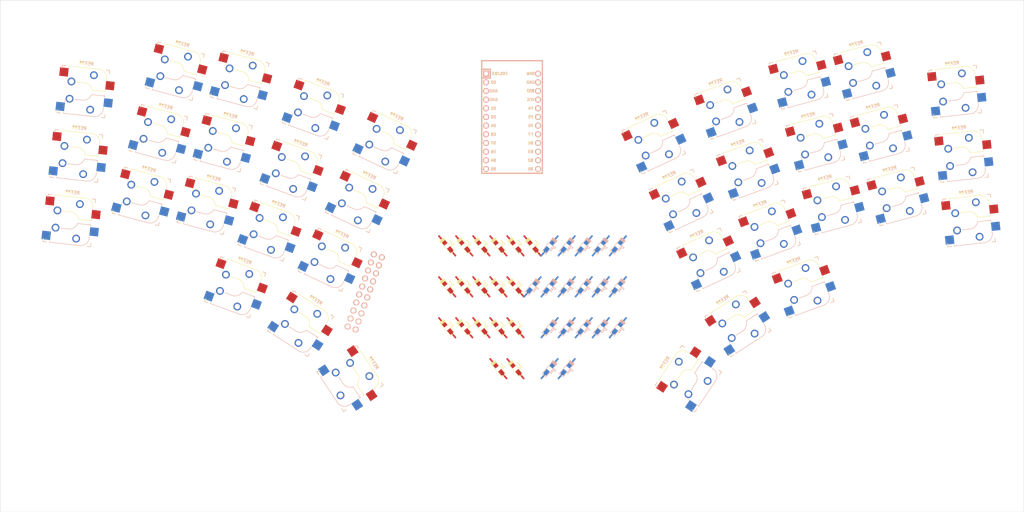
<source format=kicad_pcb>
(kicad_pcb (version 3) (host pcbnew "(2014-02-26 BZR 4721)-product")
  (title_block (date "16 oct 2014"))
  (layers (15 Front signal) (0 Back signal) (18 B.Paste user) (19 F.Paste user) (20 B.SilkS user) (21 F.SilkS user) (22 B.Mask user) (23 F.Mask user) (28 Edge.Cuts user))
  (net 0 "")
  (net 1 "((row 1))")
  (net 2 "((row 2))")
  (net 3 "((row 3))")
  (net 4 "((row 4))")
  (net 5 "((column 1))")
  (net 6 "((column 2))")
  (net 7 "((column 3))")
  (net 8 "((column 4))")
  (net 9 "((column 5))")
  (net 10 "((column 6))")
  (net 11 "((column 7))")
  (net 12 "((column 8))")
  (net 13 "((column 9))")
  (net 14 "((column 10))")
  (net 15 "((column 11))")
  (net 16 "(:noconnect)")
  (net 17 "((diode row 1 col 5))")
  (net 18 "((diode row 2 col 5))")
  (net 19 "((diode row 3 col 5))")
  (net 20 "((diode row 4 col 5))")
  (net 21 "((diode row 1 col 4))")
  (net 22 "((diode row 2 col 4))")
  (net 23 "((diode row 3 col 4))")
  (net 24 "((diode row 4 col 4))")
  (net 25 "((diode row 1 col 3))")
  (net 26 "((diode row 2 col 3))")
  (net 27 "((diode row 3 col 3))")
  (net 28 "((diode row 1 col 2))")
  (net 29 "((diode row 2 col 2))")
  (net 30 "((diode row 3 col 2))")
  (net 31 "((diode row 1 col 1))")
  (net 32 "((diode row 2 col 1))")
  (net 33 "((diode row 3 col 1))")
  (net 34 "((diode row 1 col 6))")
  (net 35 "((diode row 2 col 6))")
  (net 36 "((diode row 1 col 7))")
  (net 37 "((diode row 2 col 7))")
  (net 38 "((diode row 3 col 7))")
  (net 39 "((diode row 4 col 7))")
  (net 40 "((diode row 1 col 8))")
  (net 41 "((diode row 2 col 8))")
  (net 42 "((diode row 3 col 8))")
  (net 43 "((diode row 4 col 8))")
  (net 44 "((diode row 1 col 9))")
  (net 45 "((diode row 2 col 9))")
  (net 46 "((diode row 3 col 9))")
  (net 47 "((diode row 1 col 10))")
  (net 48 "((diode row 2 col 10))")
  (net 49 "((diode row 3 col 10))")
  (net 50 "((diode row 1 col 11))")
  (net 51 "((diode row 2 col 11))")
  (net 52 "((diode row 3 col 11))")
  (module ArduinoProMicro (layer F.Cu)
    (fp_text reference U1 hide)
    (fp_text value ProMicro hide)
    (fp_text user D2 (at -11.43 5.461 90) (layer B.SilkS) (effects (font (size 0.8 0.8)) (justify mirror)))
    (fp_text user D0 (at -1.27 5.461 90) (layer B.SilkS) (effects (font (size 0.8 0.8)) (justify mirror)))
    (fp_text user D1 (at -3.81 5.461 90) (layer B.SilkS) (effects (font (size 0.8 0.8)) (justify mirror)))
    (fp_text user GND (at -6.35 5.461 90) (layer B.SilkS) (effects (font (size 0.8 0.8)) (justify mirror)))
    (fp_text user GND (at -8.89 5.461 90) (layer B.SilkS) (effects (font (size 0.8 0.8)) (justify mirror)))
    (fp_text user D4 (at 1.27 5.461 90) (layer B.SilkS) (effects (font (size 0.8 0.8)) (justify mirror)))
    (fp_text user C6 (at 3.81 5.461 90) (layer B.SilkS) (effects (font (size 0.8 0.8)) (justify mirror)))
    (fp_text user D7 (at 6.35 5.461 90) (layer B.SilkS) (effects (font (size 0.8 0.8)) (justify mirror)))
    (fp_text user E6 (at 8.89 5.461 90) (layer B.SilkS) (effects (font (size 0.8 0.8)) (justify mirror)))
    (fp_text user B4 (at 11.43 5.461 90) (layer B.SilkS) (effects (font (size 0.8 0.8)) (justify mirror)))
    (fp_text user B5 (at 13.97 5.461 90) (layer B.SilkS) (effects (font (size 0.8 0.8)) (justify mirror)))
    (fp_text user B6 (at 13.97 -5.461 90) (layer B.SilkS) (effects (font (size 0.8 0.8)) (justify mirror)))
    (fp_text user B2 (at 11.43 -5.461 90) (layer F.SilkS) (effects (font (size 0.8 0.8))))
    (fp_text user B3 (at 8.89 -5.461 90) (layer B.SilkS) (effects (font (size 0.8 0.8)) (justify mirror)))
    (fp_text user B1 (at 6.35 -5.461 90) (layer B.SilkS) (effects (font (size 0.8 0.8)) (justify mirror)))
    (fp_text user F7 (at 3.81 -5.461 90) (layer F.SilkS) (effects (font (size 0.8 0.8))))
    (fp_text user F6 (at 1.27 -5.461 90) (layer F.SilkS) (effects (font (size 0.8 0.8))))
    (fp_text user F5 (at -1.27 -5.461 90) (layer F.SilkS) (effects (font (size 0.8 0.8))))
    (fp_text user F4 (at -3.81 -5.461 90) (layer B.SilkS) (effects (font (size 0.8 0.8)) (justify mirror)))
    (fp_text user VCC (at -6.35 -5.461 90) (layer B.SilkS) (effects (font (size 0.8 0.8)) (justify mirror)))
    (fp_text user GND (at -11.43 -5.461 90) (layer B.SilkS) (effects (font (size 0.8 0.8)) (justify mirror)))
    (fp_text user RAW (at -13.97 -5.461 90) (layer B.SilkS) (effects (font (size 0.8 0.8)) (justify mirror)))
    (fp_text user RAW (at -13.97 -5.461 90) (layer F.SilkS) (effects (font (size 0.8 0.8))))
    (fp_text user GND (at -11.43 -5.461 90) (layer F.SilkS) (effects (font (size 0.8 0.8))))
    (fp_text user ST (at -8.92 -5.73312 90) (layer F.SilkS) (effects (font (size 0.8 0.8))))
    (fp_text user VCC (at -6.35 -5.461 90) (layer F.SilkS) (effects (font (size 0.8 0.8))))
    (fp_text user F4 (at -3.81 -5.461 90) (layer F.SilkS) (effects (font (size 0.8 0.8))))
    (fp_text user F5 (at -1.27 -5.461 90) (layer B.SilkS) (effects (font (size 0.8 0.8)) (justify mirror)))
    (fp_text user F6 (at 1.27 -5.461 90) (layer B.SilkS) (effects (font (size 0.8 0.8)) (justify mirror)))
    (fp_text user F7 (at 3.81 -5.461 90) (layer B.SilkS) (effects (font (size 0.8 0.8)) (justify mirror)))
    (fp_text user B1 (at 6.35 -5.461 90) (layer F.SilkS) (effects (font (size 0.8 0.8))))
    (fp_text user B3 (at 8.89 -5.461 90) (layer F.SilkS) (effects (font (size 0.8 0.8))))
    (fp_text user B2 (at 11.43 -5.461 90) (layer B.SilkS) (effects (font (size 0.8 0.8)) (justify mirror)))
    (fp_text user B6 (at 13.97 -5.461 90) (layer F.SilkS) (effects (font (size 0.8 0.8))))
    (fp_text user B5 (at 13.97 5.461 90) (layer F.SilkS) (effects (font (size 0.8 0.8))))
    (fp_text user B4 (at 11.43 5.461 90) (layer F.SilkS) (effects (font (size 0.8 0.8))))
    (fp_text user E6 (at 8.89 5.461 90) (layer F.SilkS) (effects (font (size 0.8 0.8))))
    (fp_text user D7 (at 6.35 5.461 90) (layer F.SilkS) (effects (font (size 0.8 0.8))))
    (fp_text user C6 (at 3.81 5.461 90) (layer F.SilkS) (effects (font (size 0.8 0.8))))
    (fp_text user D4 (at 1.27 5.461 90) (layer F.SilkS) (effects (font (size 0.8 0.8))))
    (fp_text user GND (at -8.89 5.461 90) (layer F.SilkS) (effects (font (size 0.8 0.8))))
    (fp_text user GND (at -6.35 5.461 90) (layer F.SilkS) (effects (font (size 0.8 0.8))))
    (fp_text user D1 (at -3.81 5.461 90) (layer F.SilkS) (effects (font (size 0.8 0.8))))
    (fp_text user D0 (at -1.27 5.461 90) (layer F.SilkS) (effects (font (size 0.8 0.8))))
    (fp_text user D2 (at -11.43 5.461 90) (layer F.SilkS) (effects (font (size 0.8 0.8))))
    (fp_text user TX0/D3 (at -13.97 3.571872 90) (layer B.SilkS) (effects (font (size 0.8 0.8)) (justify mirror)))
    (fp_text user TX0/D3 (at -13.97 3.571872 90) (layer F.SilkS) (effects (font (size 0.8 0.8))))
    (fp_text user ST (at -8.91 -5.04 90) (layer B.SilkS) (effects (font (size 0.8 0.8)) (justify mirror)))
    (pad 1 thru_hole rect (at -13.97 7.62) (size 1.7526 1.7526) (drill 1.0922) (layers *.Cu *.SilkS *.Mask) (net 1 "((row 1))"))
    (pad 2 thru_hole circle (at -11.43 7.62) (size 1.7526 1.7526) (drill 1.0922) (layers *.Cu *.SilkS *.Mask) (net 2 "((row 2))"))
    (pad 3 thru_hole circle (at -8.89 7.62) (size 1.7526 1.7526) (drill 1.0922) (layers *.Cu *.SilkS *.Mask) (net 3 "((row 3))"))
    (pad 4 thru_hole circle (at -6.35 7.62) (size 1.7526 1.7526) (drill 1.0922) (layers *.Cu *.SilkS *.Mask) (net 4 "((row 4))"))
    (pad 5 thru_hole circle (at -3.81 7.62) (size 1.7526 1.7526) (drill 1.0922) (layers *.Cu *.SilkS *.Mask) (net 5 "((column 1))"))
    (pad 6 thru_hole circle (at -1.27 7.62) (size 1.7526 1.7526) (drill 1.0922) (layers *.Cu *.SilkS *.Mask) (net 6 "((column 2))"))
    (pad 7 thru_hole circle (at 1.27 7.62) (size 1.7526 1.7526) (drill 1.0922) (layers *.Cu *.SilkS *.Mask) (net 7 "((column 3))"))
    (pad 8 thru_hole circle (at 3.81 7.62) (size 1.7526 1.7526) (drill 1.0922) (layers *.Cu *.SilkS *.Mask) (net 8 "((column 4))"))
    (pad 9 thru_hole circle (at 6.35 7.62) (size 1.7526 1.7526) (drill 1.0922) (layers *.Cu *.SilkS *.Mask) (net 9 "((column 5))"))
    (pad 10 thru_hole circle (at 8.89 7.62) (size 1.7526 1.7526) (drill 1.0922) (layers *.Cu *.SilkS *.Mask) (net 10 "((column 6))"))
    (pad 11 thru_hole circle (at 11.43 7.62) (size 1.7526 1.7526) (drill 1.0922) (layers *.Cu *.SilkS *.Mask) (net 11 "((column 7))"))
    (pad 13 thru_hole circle (at 13.97 -7.62) (size 1.7526 1.7526) (drill 1.0922) (layers *.Cu *.SilkS *.Mask) (net 13 "((column 9))"))
    (pad 14 thru_hole circle (at 11.43 -7.62) (size 1.7526 1.7526) (drill 1.0922) (layers *.Cu *.SilkS *.Mask) (net 14 "((column 10))"))
    (pad 15 thru_hole circle (at 8.89 -7.62) (size 1.7526 1.7526) (drill 1.0922) (layers *.Cu *.SilkS *.Mask) (net 15 "((column 11))"))
    (pad 16 thru_hole circle (at 6.35 -7.62) (size 1.7526 1.7526) (drill 1.0922) (layers *.Cu *.SilkS *.Mask) (net 16 "(:noconnect)"))
    (pad 17 thru_hole circle (at 3.81 -7.62) (size 1.7526 1.7526) (drill 1.0922) (layers *.Cu *.SilkS *.Mask) (net 16 "(:noconnect)"))
    (pad 18 thru_hole circle (at 1.27 -7.62) (size 1.7526 1.7526) (drill 1.0922) (layers *.Cu *.SilkS *.Mask) (net 16 "(:noconnect)"))
    (pad 19 thru_hole circle (at -1.27 -7.62) (size 1.7526 1.7526) (drill 1.0922) (layers *.Cu *.SilkS *.Mask) (net 16 "(:noconnect)"))
    (pad 20 thru_hole circle (at -3.81 -7.62) (size 1.7526 1.7526) (drill 1.0922) (layers *.Cu *.SilkS *.Mask) (net 16 "(:noconnect)"))
    (pad 21 thru_hole circle (at -6.35 -7.62) (size 1.7526 1.7526) (drill 1.0922) (layers *.Cu *.SilkS *.Mask) (net 16 "(:noconnect)"))
    (pad 22 thru_hole circle (at -8.89 -7.62) (size 1.7526 1.7526) (drill 1.0922) (layers *.Cu *.SilkS *.Mask) (net 16 "(:noconnect)"))
    (pad 23 thru_hole circle (at -11.43 -7.62) (size 1.7526 1.7526) (drill 1.0922) (layers *.Cu *.SilkS *.Mask) (net 16 "(:noconnect)"))
    (pad 12 thru_hole circle (at 13.97 7.62) (size 1.7526 1.7526) (drill 1.0922) (layers *.Cu *.SilkS *.Mask) (net 12 "((column 8))"))
    (pad 24 thru_hole circle (at -13.97 -7.62) (size 1.7526 1.7526) (drill 1.0922) (layers *.Cu *.SilkS *.Mask) (net 16 "(:noconnect)"))
    (at 150 35.5 -90)
  )
  (gr_rect (start 0 0) (end 300 150) (layer Edge.Cuts) (fill none))
  (footprint pcb-element-thru-holes
    (pad 1 thru_hole circle (at 0.0 0.0) (size 1.7526 1.7526) (drill 1.0922) (layers *.Cu *.SilkS *.Mask))
    (pad 2 thru_hole circle (at 0.0 2.5) (size 1.7526 1.7526) (drill 1.0922) (layers *.Cu *.SilkS *.Mask))
    (pad 3 thru_hole circle (at 0.0 5.0) (size 1.7526 1.7526) (drill 1.0922) (layers *.Cu *.SilkS *.Mask))
    (pad 4 thru_hole circle (at 0.0 7.5) (size 1.7526 1.7526) (drill 1.0922) (layers *.Cu *.SilkS *.Mask))
    (pad 5 thru_hole circle (at 0.0 10.0) (size 1.7526 1.7526) (drill 1.0922) (layers *.Cu *.SilkS *.Mask))
    (pad 6 thru_hole circle (at 0.0 12.5) (size 1.7526 1.7526) (drill 1.0922) (layers *.Cu *.SilkS *.Mask))
    (pad 7 thru_hole circle (at 0.0 15.0) (size 1.7526 1.7526) (drill 1.0922) (layers *.Cu *.SilkS *.Mask))
    (pad 8 thru_hole circle (at 0.0 17.5) (size 1.7526 1.7526) (drill 1.0922) (layers *.Cu *.SilkS *.Mask))
    (pad 9 thru_hole circle (at 0.0 20.0) (size 1.7526 1.7526) (drill 1.0922) (layers *.Cu *.SilkS *.Mask))
    (pad 10 thru_hole circle (at 0.0 22.5) (size 1.7526 1.7526) (drill 1.0922) (layers *.Cu *.SilkS *.Mask))
    (pad 11 thru_hole circle (at 2.5 0.0) (size 1.7526 1.7526) (drill 1.0922) (layers *.Cu *.SilkS *.Mask))
    (pad 12 thru_hole circle (at 2.5 2.5) (size 1.7526 1.7526) (drill 1.0922) (layers *.Cu *.SilkS *.Mask))
    (pad 13 thru_hole circle (at 2.5 5.0) (size 1.7526 1.7526) (drill 1.0922) (layers *.Cu *.SilkS *.Mask))
    (pad 14 thru_hole circle (at 2.5 7.5) (size 1.7526 1.7526) (drill 1.0922) (layers *.Cu *.SilkS *.Mask))
    (pad 15 thru_hole circle (at 2.5 10.0) (size 1.7526 1.7526) (drill 1.0922) (layers *.Cu *.SilkS *.Mask))
    (pad 16 thru_hole circle (at 2.5 12.5) (size 1.7526 1.7526) (drill 1.0922) (layers *.Cu *.SilkS *.Mask))
    (pad 17 thru_hole circle (at 2.5 15.0) (size 1.7526 1.7526) (drill 1.0922) (layers *.Cu *.SilkS *.Mask))
    (pad 18 thru_hole circle (at 2.5 17.5) (size 1.7526 1.7526) (drill 1.0922) (layers *.Cu *.SilkS *.Mask))
    (pad 19 thru_hole circle (at 2.5 20.0) (size 1.7526 1.7526) (drill 1.0922) (layers *.Cu *.SilkS *.Mask))
    (pad 20 thru_hole circle (at 2.5 22.5) (size 1.7526 1.7526) (drill 1.0922) (layers *.Cu *.SilkS *.Mask))
    (at 109.5 74.5 -20)
  )
  (module khonsu-diode-front (layer F.Cu)
    (fp_text reference D** (at -0.0254 1.4) (layer F.SilkS) (effects (font (size 0.8 0.8)) (justify mirror)))
    (fp_text value D hide)
    (pad 2 smd rect (at -2.5 0) (size 2.9 0.5) (layers F.Cu) (net 9 "((column 5))"))
    (pad 2 smd rect (at -1.4 0) (size 1.6 1.2) (layers F.Cu F.Paste F.Mask) (net 9 "((column 5))"))
    (pad 1 smd rect (at 1.4 0) (size 1.6 1.2) (layers F.Cu F.Paste F.Mask) (net 17 "((diode row 1 col 5))"))
    (pad 1 smd rect (at 2.5 0) (size 2.9 0.5) (layers F.Cu) (net 17 "((diode row 1 col 5))"))
    (at 151 72 130)
  )
  (module Kailh_socket_MX_optional_reversible_platemount (layer F.Cu)
    (fp_text reference REF** (at 0 -8.255) (layer F.SilkS))
    (fp_text value Kailh_socket_MX_optional_reversible)
    (fp_text user %R (at 0 -8.255) (layer B.SilkS) (effects (justify mirror)))
    (pad 1 smd rect (at -6.29 5.08) (size 2.55 2.5) (layers B.Cu B.Paste B.Mask) (net 17 "((diode row 1 col 5))"))
    (pad 2 smd rect (at 7.56 2.54) (size 2.55 2.5) (layers B.Cu B.Paste B.Mask) (net 1 "((row 1))"))
    (pad "" np_thru_hole circle (at -2.54 -5.08) (size 3 3) (drill 3) (layers *.Cu *.Mask))
    (pad "" np_thru_hole circle (at 3.81 -2.54) (size 3 3) (drill 3) (layers *.Cu *.Mask))
    (pad 2 thru_hole circle (at 2.54 5.08) (size 2.286 2.286) (drill 1.4986) (layers *.Cu *.Mask) (net 1 "((row 1))"))
    (pad 1 thru_hole circle (at -3.81 2.54) (size 2.286 2.286) (drill 1.4986) (layers *.Cu *.Mask) (net 17 "((diode row 1 col 5))"))
    (pad 1 smd rect (at -6.29 -5.08) (size 2.55 2.5) (layers F.Cu F.Paste F.Mask) (net 17 "((diode row 1 col 5))"))
    (pad "" np_thru_hole circle (at -2.54 5.08) (size 3 3) (drill 3) (layers *.Cu *.Mask))
    (pad "" np_thru_hole circle (at 3.81 2.54) (size 3 3) (drill 3) (layers *.Cu *.Mask))
    (pad 2 thru_hole circle (at 2.54 -5.08) (size 2.286 2.286) (drill 1.4986) (layers *.Cu *.Mask) (net 1 "((row 1))"))
    (pad "" np_thru_hole circle (at 0 0) (size 3.9878 3.9878) (drill 3.9878) (layers *.Cu *.Mask))
    (pad 1 thru_hole circle (at -3.81 -2.54) (size 2.286 2.286) (drill 1.4986) (layers *.Cu *.Mask) (net 17 "((diode row 1 col 5))"))
    (pad 2 smd rect (at 7.56 -2.54) (size 2.55 2.5) (layers F.Cu F.Paste F.Mask) (net 1 "((row 1))"))
    (at 112.6943488844372 41.61614781757973 -25)
  )
  (module khonsu-diode-front (layer F.Cu)
    (fp_text reference D** (at -0.0254 1.4) (layer F.SilkS) (effects (font (size 0.8 0.8)) (justify mirror)))
    (fp_text value D hide)
    (pad 2 smd rect (at -2.5 0) (size 2.9 0.5) (layers F.Cu) (net 9 "((column 5))"))
    (pad 2 smd rect (at -1.4 0) (size 1.6 1.2) (layers F.Cu F.Paste F.Mask) (net 9 "((column 5))"))
    (pad 1 smd rect (at 1.4 0) (size 1.6 1.2) (layers F.Cu F.Paste F.Mask) (net 18 "((diode row 2 col 5))"))
    (pad 1 smd rect (at 2.5 0) (size 2.9 0.5) (layers F.Cu) (net 18 "((diode row 2 col 5))"))
    (at 151 84 130)
  )
  (module Kailh_socket_MX_optional_reversible_platemount (layer F.Cu)
    (fp_text reference REF** (at 0 -8.255) (layer F.SilkS))
    (fp_text value Kailh_socket_MX_optional_reversible)
    (fp_text user %R (at 0 -8.255) (layer B.SilkS) (effects (justify mirror)))
    (pad 1 smd rect (at -6.29 5.08) (size 2.55 2.5) (layers B.Cu B.Paste B.Mask) (net 18 "((diode row 2 col 5))"))
    (pad 2 smd rect (at 7.56 2.54) (size 2.55 2.5) (layers B.Cu B.Paste B.Mask) (net 2 "((row 2))"))
    (pad "" np_thru_hole circle (at -2.54 -5.08) (size 3 3) (drill 3) (layers *.Cu *.Mask))
    (pad "" np_thru_hole circle (at 3.81 -2.54) (size 3 3) (drill 3) (layers *.Cu *.Mask))
    (pad 2 thru_hole circle (at 2.54 5.08) (size 2.286 2.286) (drill 1.4986) (layers *.Cu *.Mask) (net 2 "((row 2))"))
    (pad 1 thru_hole circle (at -3.81 2.54) (size 2.286 2.286) (drill 1.4986) (layers *.Cu *.Mask) (net 18 "((diode row 2 col 5))"))
    (pad 1 smd rect (at -6.29 -5.08) (size 2.55 2.5) (layers F.Cu F.Paste F.Mask) (net 18 "((diode row 2 col 5))"))
    (pad "" np_thru_hole circle (at -2.54 5.08) (size 3 3) (drill 3) (layers *.Cu *.Mask))
    (pad "" np_thru_hole circle (at 3.81 2.54) (size 3 3) (drill 3) (layers *.Cu *.Mask))
    (pad 2 thru_hole circle (at 2.54 -5.08) (size 2.286 2.286) (drill 1.4986) (layers *.Cu *.Mask) (net 2 "((row 2))"))
    (pad "" np_thru_hole circle (at 0 0) (size 3.9878 3.9878) (drill 3.9878) (layers *.Cu *.Mask))
    (pad 1 thru_hole circle (at -3.81 -2.54) (size 2.286 2.286) (drill 1.4986) (layers *.Cu *.Mask) (net 18 "((diode row 2 col 5))"))
    (pad 2 smd rect (at 7.56 -2.54) (size 2.55 2.5) (layers F.Cu F.Paste F.Mask) (net 2 "((row 2))"))
    (at 104.6644919038304 58.83623168319304 -25)
  )
  (module khonsu-diode-front (layer F.Cu)
    (fp_text reference D** (at -0.0254 1.4) (layer F.SilkS) (effects (font (size 0.8 0.8)) (justify mirror)))
    (fp_text value D hide)
    (pad 2 smd rect (at -2.5 0) (size 2.9 0.5) (layers F.Cu) (net 9 "((column 5))"))
    (pad 2 smd rect (at -1.4 0) (size 1.6 1.2) (layers F.Cu F.Paste F.Mask) (net 9 "((column 5))"))
    (pad 1 smd rect (at 1.4 0) (size 1.6 1.2) (layers F.Cu F.Paste F.Mask) (net 19 "((diode row 3 col 5))"))
    (pad 1 smd rect (at 2.5 0) (size 2.9 0.5) (layers F.Cu) (net 19 "((diode row 3 col 5))"))
    (at 151 96 130)
  )
  (module Kailh_socket_MX_optional_reversible_platemount (layer F.Cu)
    (fp_text reference REF** (at 0 -8.255) (layer F.SilkS))
    (fp_text value Kailh_socket_MX_optional_reversible)
    (fp_text user %R (at 0 -8.255) (layer B.SilkS) (effects (justify mirror)))
    (pad 1 smd rect (at -6.29 5.08) (size 2.55 2.5) (layers B.Cu B.Paste B.Mask) (net 19 "((diode row 3 col 5))"))
    (pad 2 smd rect (at 7.56 2.54) (size 2.55 2.5) (layers B.Cu B.Paste B.Mask) (net 3 "((row 3))"))
    (pad "" np_thru_hole circle (at -2.54 -5.08) (size 3 3) (drill 3) (layers *.Cu *.Mask))
    (pad "" np_thru_hole circle (at 3.81 -2.54) (size 3 3) (drill 3) (layers *.Cu *.Mask))
    (pad 2 thru_hole circle (at 2.54 5.08) (size 2.286 2.286) (drill 1.4986) (layers *.Cu *.Mask) (net 3 "((row 3))"))
    (pad 1 thru_hole circle (at -3.81 2.54) (size 2.286 2.286) (drill 1.4986) (layers *.Cu *.Mask) (net 19 "((diode row 3 col 5))"))
    (pad 1 smd rect (at -6.29 -5.08) (size 2.55 2.5) (layers F.Cu F.Paste F.Mask) (net 19 "((diode row 3 col 5))"))
    (pad "" np_thru_hole circle (at -2.54 5.08) (size 3 3) (drill 3) (layers *.Cu *.Mask))
    (pad "" np_thru_hole circle (at 3.81 2.54) (size 3 3) (drill 3) (layers *.Cu *.Mask))
    (pad 2 thru_hole circle (at 2.54 -5.08) (size 2.286 2.286) (drill 1.4986) (layers *.Cu *.Mask) (net 3 "((row 3))"))
    (pad "" np_thru_hole circle (at 0 0) (size 3.9878 3.9878) (drill 3.9878) (layers *.Cu *.Mask))
    (pad 1 thru_hole circle (at -3.81 -2.54) (size 2.286 2.286) (drill 1.4986) (layers *.Cu *.Mask) (net 19 "((diode row 3 col 5))"))
    (pad 2 smd rect (at 7.56 -2.54) (size 2.55 2.5) (layers F.Cu F.Paste F.Mask) (net 3 "((row 3))"))
    (at 96.63485136925017 76.05582771678857 -25)
  )
  (module khonsu-diode-front (layer F.Cu)
    (fp_text reference D** (at -0.0254 1.4) (layer F.SilkS) (effects (font (size 0.8 0.8)) (justify mirror)))
    (fp_text value D hide)
    (pad 2 smd rect (at -2.5 0) (size 2.9 0.5) (layers F.Cu) (net 9 "((column 5))"))
    (pad 2 smd rect (at -1.4 0) (size 1.6 1.2) (layers F.Cu F.Paste F.Mask) (net 9 "((column 5))"))
    (pad 1 smd rect (at 1.4 0) (size 1.6 1.2) (layers F.Cu F.Paste F.Mask) (net 20 "((diode row 4 col 5))"))
    (pad 1 smd rect (at 2.5 0) (size 2.9 0.5) (layers F.Cu) (net 20 "((diode row 4 col 5))"))
    (at 151 108 130)
  )
  (module Kailh_socket_MX_optional_reversible_platemount (layer F.Cu)
    (fp_text reference REF** (at 0 -8.255) (layer F.SilkS))
    (fp_text value Kailh_socket_MX_optional_reversible)
    (fp_text user %R (at 0 -8.255) (layer B.SilkS) (effects (justify mirror)))
    (pad 1 smd rect (at -6.29 5.08) (size 2.55 2.5) (layers B.Cu B.Paste B.Mask) (net 20 "((diode row 4 col 5))"))
    (pad 2 smd rect (at 7.56 2.54) (size 2.55 2.5) (layers B.Cu B.Paste B.Mask) (net 4 "((row 4))"))
    (pad "" np_thru_hole circle (at -2.54 -5.08) (size 3 3) (drill 3) (layers *.Cu *.Mask))
    (pad "" np_thru_hole circle (at 3.81 -2.54) (size 3 3) (drill 3) (layers *.Cu *.Mask))
    (pad 2 thru_hole circle (at 2.54 5.08) (size 2.286 2.286) (drill 1.4986) (layers *.Cu *.Mask) (net 4 "((row 4))"))
    (pad 1 thru_hole circle (at -3.81 2.54) (size 2.286 2.286) (drill 1.4986) (layers *.Cu *.Mask) (net 20 "((diode row 4 col 5))"))
    (pad 1 smd rect (at -6.29 -5.08) (size 2.55 2.5) (layers F.Cu F.Paste F.Mask) (net 20 "((diode row 4 col 5))"))
    (pad "" np_thru_hole circle (at -2.54 5.08) (size 3 3) (drill 3) (layers *.Cu *.Mask))
    (pad "" np_thru_hole circle (at 3.81 2.54) (size 3 3) (drill 3) (layers *.Cu *.Mask))
    (pad 2 thru_hole circle (at 2.54 -5.08) (size 2.286 2.286) (drill 1.4986) (layers *.Cu *.Mask) (net 4 "((row 4))"))
    (pad "" np_thru_hole circle (at 0 0) (size 3.9878 3.9878) (drill 3.9878) (layers *.Cu *.Mask))
    (pad 1 thru_hole circle (at -3.81 -2.54) (size 2.286 2.286) (drill 1.4986) (layers *.Cu *.Mask) (net 20 "((diode row 4 col 5))"))
    (pad 2 smd rect (at 7.56 -2.54) (size 2.55 2.5) (layers F.Cu F.Paste F.Mask) (net 4 "((row 4))"))
    (at 88.03071244598314 94.80205775203294 -32.8)
  )
  (module khonsu-diode-front (layer F.Cu)
    (fp_text reference D** (at -0.0254 1.4) (layer F.SilkS) (effects (font (size 0.8 0.8)) (justify mirror)))
    (fp_text value D hide)
    (pad 2 smd rect (at -2.5 0) (size 2.9 0.5) (layers F.Cu) (net 8 "((column 4))"))
    (pad 2 smd rect (at -1.4 0) (size 1.6 1.2) (layers F.Cu F.Paste F.Mask) (net 8 "((column 4))"))
    (pad 1 smd rect (at 1.4 0) (size 1.6 1.2) (layers F.Cu F.Paste F.Mask) (net 21 "((diode row 1 col 4))"))
    (pad 1 smd rect (at 2.5 0) (size 2.9 0.5) (layers F.Cu) (net 21 "((diode row 1 col 4))"))
    (at 146 72 130)
  )
  (module Kailh_socket_MX_optional_reversible_platemount (layer F.Cu)
    (fp_text reference REF** (at 0 -8.255) (layer F.SilkS))
    (fp_text value Kailh_socket_MX_optional_reversible)
    (fp_text user %R (at 0 -8.255) (layer B.SilkS) (effects (justify mirror)))
    (pad 1 smd rect (at -6.29 5.08) (size 2.55 2.5) (layers B.Cu B.Paste B.Mask) (net 21 "((diode row 1 col 4))"))
    (pad 2 smd rect (at 7.56 2.54) (size 2.55 2.5) (layers B.Cu B.Paste B.Mask) (net 1 "((row 1))"))
    (pad "" np_thru_hole circle (at -2.54 -5.08) (size 3 3) (drill 3) (layers *.Cu *.Mask))
    (pad "" np_thru_hole circle (at 3.81 -2.54) (size 3 3) (drill 3) (layers *.Cu *.Mask))
    (pad 2 thru_hole circle (at 2.54 5.08) (size 2.286 2.286) (drill 1.4986) (layers *.Cu *.Mask) (net 1 "((row 1))"))
    (pad 1 thru_hole circle (at -3.81 2.54) (size 2.286 2.286) (drill 1.4986) (layers *.Cu *.Mask) (net 21 "((diode row 1 col 4))"))
    (pad 1 smd rect (at -6.29 -5.08) (size 2.55 2.5) (layers F.Cu F.Paste F.Mask) (net 21 "((diode row 1 col 4))"))
    (pad "" np_thru_hole circle (at -2.54 5.08) (size 3 3) (drill 3) (layers *.Cu *.Mask))
    (pad "" np_thru_hole circle (at 3.81 2.54) (size 3 3) (drill 3) (layers *.Cu *.Mask))
    (pad 2 thru_hole circle (at 2.54 -5.08) (size 2.286 2.286) (drill 1.4986) (layers *.Cu *.Mask) (net 1 "((row 1))"))
    (pad "" np_thru_hole circle (at 0 0) (size 3.9878 3.9878) (drill 3.9878) (layers *.Cu *.Mask))
    (pad 1 thru_hole circle (at -3.81 -2.54) (size 2.286 2.286) (drill 1.4986) (layers *.Cu *.Mask) (net 21 "((diode row 1 col 4))"))
    (pad 2 smd rect (at 7.56 -2.54) (size 2.55 2.5) (layers F.Cu F.Paste F.Mask) (net 1 "((row 1))"))
    (at 91.72274014591343 31.816191627451 -20.17)
  )
  (module khonsu-diode-front (layer F.Cu)
    (fp_text reference D** (at -0.0254 1.4) (layer F.SilkS) (effects (font (size 0.8 0.8)) (justify mirror)))
    (fp_text value D hide)
    (pad 2 smd rect (at -2.5 0) (size 2.9 0.5) (layers F.Cu) (net 8 "((column 4))"))
    (pad 2 smd rect (at -1.4 0) (size 1.6 1.2) (layers F.Cu F.Paste F.Mask) (net 8 "((column 4))"))
    (pad 1 smd rect (at 1.4 0) (size 1.6 1.2) (layers F.Cu F.Paste F.Mask) (net 22 "((diode row 2 col 4))"))
    (pad 1 smd rect (at 2.5 0) (size 2.9 0.5) (layers F.Cu) (net 22 "((diode row 2 col 4))"))
    (at 146 84 130)
  )
  (module Kailh_socket_MX_optional_reversible_platemount (layer F.Cu)
    (fp_text reference REF** (at 0 -8.255) (layer F.SilkS))
    (fp_text value Kailh_socket_MX_optional_reversible)
    (fp_text user %R (at 0 -8.255) (layer B.SilkS) (effects (justify mirror)))
    (pad 1 smd rect (at -6.29 5.08) (size 2.55 2.5) (layers B.Cu B.Paste B.Mask) (net 22 "((diode row 2 col 4))"))
    (pad 2 smd rect (at 7.56 2.54) (size 2.55 2.5) (layers B.Cu B.Paste B.Mask) (net 2 "((row 2))"))
    (pad "" np_thru_hole circle (at -2.54 -5.08) (size 3 3) (drill 3) (layers *.Cu *.Mask))
    (pad "" np_thru_hole circle (at 3.81 -2.54) (size 3 3) (drill 3) (layers *.Cu *.Mask))
    (pad 2 thru_hole circle (at 2.54 5.08) (size 2.286 2.286) (drill 1.4986) (layers *.Cu *.Mask) (net 2 "((row 2))"))
    (pad 1 thru_hole circle (at -3.81 2.54) (size 2.286 2.286) (drill 1.4986) (layers *.Cu *.Mask) (net 22 "((diode row 2 col 4))"))
    (pad 1 smd rect (at -6.29 -5.08) (size 2.55 2.5) (layers F.Cu F.Paste F.Mask) (net 22 "((diode row 2 col 4))"))
    (pad "" np_thru_hole circle (at -2.54 5.08) (size 3 3) (drill 3) (layers *.Cu *.Mask))
    (pad "" np_thru_hole circle (at 3.81 2.54) (size 3 3) (drill 3) (layers *.Cu *.Mask))
    (pad 2 thru_hole circle (at 2.54 -5.08) (size 2.286 2.286) (drill 1.4986) (layers *.Cu *.Mask) (net 2 "((row 2))"))
    (pad "" np_thru_hole circle (at 0 0) (size 3.9878 3.9878) (drill 3.9878) (layers *.Cu *.Mask))
    (pad 1 thru_hole circle (at -3.81 -2.54) (size 2.286 2.286) (drill 1.4986) (layers *.Cu *.Mask) (net 22 "((diode row 2 col 4))"))
    (pad 2 smd rect (at 7.56 -2.54) (size 2.55 2.5) (layers F.Cu F.Paste F.Mask) (net 2 "((row 2))"))
    (at 85.22438970541285 49.67026338746676 -20.17)
  )
  (module khonsu-diode-front (layer F.Cu)
    (fp_text reference D** (at -0.0254 1.4) (layer F.SilkS) (effects (font (size 0.8 0.8)) (justify mirror)))
    (fp_text value D hide)
    (pad 2 smd rect (at -2.5 0) (size 2.9 0.5) (layers F.Cu) (net 8 "((column 4))"))
    (pad 2 smd rect (at -1.4 0) (size 1.6 1.2) (layers F.Cu F.Paste F.Mask) (net 8 "((column 4))"))
    (pad 1 smd rect (at 1.4 0) (size 1.6 1.2) (layers F.Cu F.Paste F.Mask) (net 23 "((diode row 3 col 4))"))
    (pad 1 smd rect (at 2.5 0) (size 2.9 0.5) (layers F.Cu) (net 23 "((diode row 3 col 4))"))
    (at 146 96 130)
  )
  (module Kailh_socket_MX_optional_reversible_platemount (layer F.Cu)
    (fp_text reference REF** (at 0 -8.255) (layer F.SilkS))
    (fp_text value Kailh_socket_MX_optional_reversible)
    (fp_text user %R (at 0 -8.255) (layer B.SilkS) (effects (justify mirror)))
    (pad 1 smd rect (at -6.29 5.08) (size 2.55 2.5) (layers B.Cu B.Paste B.Mask) (net 23 "((diode row 3 col 4))"))
    (pad 2 smd rect (at 7.56 2.54) (size 2.55 2.5) (layers B.Cu B.Paste B.Mask) (net 3 "((row 3))"))
    (pad "" np_thru_hole circle (at -2.54 -5.08) (size 3 3) (drill 3) (layers *.Cu *.Mask))
    (pad "" np_thru_hole circle (at 3.81 -2.54) (size 3 3) (drill 3) (layers *.Cu *.Mask))
    (pad 2 thru_hole circle (at 2.54 5.08) (size 2.286 2.286) (drill 1.4986) (layers *.Cu *.Mask) (net 3 "((row 3))"))
    (pad 1 thru_hole circle (at -3.81 2.54) (size 2.286 2.286) (drill 1.4986) (layers *.Cu *.Mask) (net 23 "((diode row 3 col 4))"))
    (pad 1 smd rect (at -6.29 -5.08) (size 2.55 2.5) (layers F.Cu F.Paste F.Mask) (net 23 "((diode row 3 col 4))"))
    (pad "" np_thru_hole circle (at -2.54 5.08) (size 3 3) (drill 3) (layers *.Cu *.Mask))
    (pad "" np_thru_hole circle (at 3.81 2.54) (size 3 3) (drill 3) (layers *.Cu *.Mask))
    (pad 2 thru_hole circle (at 2.54 -5.08) (size 2.286 2.286) (drill 1.4986) (layers *.Cu *.Mask) (net 3 "((row 3))"))
    (pad "" np_thru_hole circle (at 0 0) (size 3.9878 3.9878) (drill 3.9878) (layers *.Cu *.Mask))
    (pad 1 thru_hole circle (at -3.81 -2.54) (size 2.286 2.286) (drill 1.4986) (layers *.Cu *.Mask) (net 23 "((diode row 3 col 4))"))
    (pad 2 smd rect (at 7.56 -2.54) (size 2.55 2.5) (layers F.Cu F.Paste F.Mask) (net 3 "((row 3))"))
    (at 78.72603887792938 67.52433330079788 -20.17)
  )
  (module khonsu-diode-front (layer F.Cu)
    (fp_text reference D** (at -0.0254 1.4) (layer F.SilkS) (effects (font (size 0.8 0.8)) (justify mirror)))
    (fp_text value D hide)
    (pad 2 smd rect (at -2.5 0) (size 2.9 0.5) (layers F.Cu) (net 8 "((column 4))"))
    (pad 2 smd rect (at -1.4 0) (size 1.6 1.2) (layers F.Cu F.Paste F.Mask) (net 8 "((column 4))"))
    (pad 1 smd rect (at 1.4 0) (size 1.6 1.2) (layers F.Cu F.Paste F.Mask) (net 24 "((diode row 4 col 4))"))
    (pad 1 smd rect (at 2.5 0) (size 2.9 0.5) (layers F.Cu) (net 24 "((diode row 4 col 4))"))
    (at 146 108 130)
  )
  (module Kailh_socket_MX_optional_reversible_platemount (layer F.Cu)
    (fp_text reference REF** (at 0 -8.255) (layer F.SilkS))
    (fp_text value Kailh_socket_MX_optional_reversible)
    (fp_text user %R (at 0 -8.255) (layer B.SilkS) (effects (justify mirror)))
    (pad 1 smd rect (at -6.29 5.08) (size 2.55 2.5) (layers B.Cu B.Paste B.Mask) (net 24 "((diode row 4 col 4))"))
    (pad 2 smd rect (at 7.56 2.54) (size 2.55 2.5) (layers B.Cu B.Paste B.Mask) (net 4 "((row 4))"))
    (pad "" np_thru_hole circle (at -2.54 -5.08) (size 3 3) (drill 3) (layers *.Cu *.Mask))
    (pad "" np_thru_hole circle (at 3.81 -2.54) (size 3 3) (drill 3) (layers *.Cu *.Mask))
    (pad 2 thru_hole circle (at 2.54 5.08) (size 2.286 2.286) (drill 1.4986) (layers *.Cu *.Mask) (net 4 "((row 4))"))
    (pad 1 thru_hole circle (at -3.81 2.54) (size 2.286 2.286) (drill 1.4986) (layers *.Cu *.Mask) (net 24 "((diode row 4 col 4))"))
    (pad 1 smd rect (at -6.29 -5.08) (size 2.55 2.5) (layers F.Cu F.Paste F.Mask) (net 24 "((diode row 4 col 4))"))
    (pad "" np_thru_hole circle (at -2.54 5.08) (size 3 3) (drill 3) (layers *.Cu *.Mask))
    (pad "" np_thru_hole circle (at 3.81 2.54) (size 3 3) (drill 3) (layers *.Cu *.Mask))
    (pad 2 thru_hole circle (at 2.54 -5.08) (size 2.286 2.286) (drill 1.4986) (layers *.Cu *.Mask) (net 4 "((row 4))"))
    (pad "" np_thru_hole circle (at 0 0) (size 3.9878 3.9878) (drill 3.9878) (layers *.Cu *.Mask))
    (pad 1 thru_hole circle (at -3.81 -2.54) (size 2.286 2.286) (drill 1.4986) (layers *.Cu *.Mask) (net 24 "((diode row 4 col 4))"))
    (pad 2 smd rect (at 7.56 -2.54) (size 2.55 2.5) (layers F.Cu F.Paste F.Mask) (net 4 "((row 4))"))
    (at 68.85658496924832 84.13504235921751 -20.17)
  )
  (module khonsu-diode-front (layer F.Cu)
    (fp_text reference D** (at -0.0254 1.4) (layer F.SilkS) (effects (font (size 0.8 0.8)) (justify mirror)))
    (fp_text value D hide)
    (pad 2 smd rect (at -2.5 0) (size 2.9 0.5) (layers F.Cu) (net 7 "((column 3))"))
    (pad 2 smd rect (at -1.4 0) (size 1.6 1.2) (layers F.Cu F.Paste F.Mask) (net 7 "((column 3))"))
    (pad 1 smd rect (at 1.4 0) (size 1.6 1.2) (layers F.Cu F.Paste F.Mask) (net 25 "((diode row 1 col 3))"))
    (pad 1 smd rect (at 2.5 0) (size 2.9 0.5) (layers F.Cu) (net 25 "((diode row 1 col 3))"))
    (at 141 72 130)
  )
  (module Kailh_socket_MX_optional_reversible_platemount (layer F.Cu)
    (fp_text reference REF** (at 0 -8.255) (layer F.SilkS))
    (fp_text value Kailh_socket_MX_optional_reversible)
    (fp_text user %R (at 0 -8.255) (layer B.SilkS) (effects (justify mirror)))
    (pad 1 smd rect (at -6.29 5.08) (size 2.55 2.5) (layers B.Cu B.Paste B.Mask) (net 25 "((diode row 1 col 3))"))
    (pad 2 smd rect (at 7.56 2.54) (size 2.55 2.5) (layers B.Cu B.Paste B.Mask) (net 1 "((row 1))"))
    (pad "" np_thru_hole circle (at -2.54 -5.08) (size 3 3) (drill 3) (layers *.Cu *.Mask))
    (pad "" np_thru_hole circle (at 3.81 -2.54) (size 3 3) (drill 3) (layers *.Cu *.Mask))
    (pad 2 thru_hole circle (at 2.54 5.08) (size 2.286 2.286) (drill 1.4986) (layers *.Cu *.Mask) (net 1 "((row 1))"))
    (pad 1 thru_hole circle (at -3.81 2.54) (size 2.286 2.286) (drill 1.4986) (layers *.Cu *.Mask) (net 25 "((diode row 1 col 3))"))
    (pad 1 smd rect (at -6.29 -5.08) (size 2.55 2.5) (layers F.Cu F.Paste F.Mask) (net 25 "((diode row 1 col 3))"))
    (pad "" np_thru_hole circle (at -2.54 5.08) (size 3 3) (drill 3) (layers *.Cu *.Mask))
    (pad "" np_thru_hole circle (at 3.81 2.54) (size 3 3) (drill 3) (layers *.Cu *.Mask))
    (pad 2 thru_hole circle (at 2.54 -5.08) (size 2.286 2.286) (drill 1.4986) (layers *.Cu *.Mask) (net 1 "((row 1))"))
    (pad "" np_thru_hole circle (at 0 0) (size 3.9878 3.9878) (drill 3.9878) (layers *.Cu *.Mask))
    (pad 1 thru_hole circle (at -3.81 -2.54) (size 2.286 2.286) (drill 1.4986) (layers *.Cu *.Mask) (net 25 "((diode row 1 col 3))"))
    (pad 2 smd rect (at 7.56 -2.54) (size 2.55 2.5) (layers F.Cu F.Paste F.Mask) (net 1 "((row 1))"))
    (at 70.23972139567158 23.424018391577484 -15)
  )
  (module khonsu-diode-front (layer F.Cu)
    (fp_text reference D** (at -0.0254 1.4) (layer F.SilkS) (effects (font (size 0.8 0.8)) (justify mirror)))
    (fp_text value D hide)
    (pad 2 smd rect (at -2.5 0) (size 2.9 0.5) (layers F.Cu) (net 7 "((column 3))"))
    (pad 2 smd rect (at -1.4 0) (size 1.6 1.2) (layers F.Cu F.Paste F.Mask) (net 7 "((column 3))"))
    (pad 1 smd rect (at 1.4 0) (size 1.6 1.2) (layers F.Cu F.Paste F.Mask) (net 26 "((diode row 2 col 3))"))
    (pad 1 smd rect (at 2.5 0) (size 2.9 0.5) (layers F.Cu) (net 26 "((diode row 2 col 3))"))
    (at 141 84 130)
  )
  (module Kailh_socket_MX_optional_reversible_platemount (layer F.Cu)
    (fp_text reference REF** (at 0 -8.255) (layer F.SilkS))
    (fp_text value Kailh_socket_MX_optional_reversible)
    (fp_text user %R (at 0 -8.255) (layer B.SilkS) (effects (justify mirror)))
    (pad 1 smd rect (at -6.29 5.08) (size 2.55 2.5) (layers B.Cu B.Paste B.Mask) (net 26 "((diode row 2 col 3))"))
    (pad 2 smd rect (at 7.56 2.54) (size 2.55 2.5) (layers B.Cu B.Paste B.Mask) (net 2 "((row 2))"))
    (pad "" np_thru_hole circle (at -2.54 -5.08) (size 3 3) (drill 3) (layers *.Cu *.Mask))
    (pad "" np_thru_hole circle (at 3.81 -2.54) (size 3 3) (drill 3) (layers *.Cu *.Mask))
    (pad 2 thru_hole circle (at 2.54 5.08) (size 2.286 2.286) (drill 1.4986) (layers *.Cu *.Mask) (net 2 "((row 2))"))
    (pad 1 thru_hole circle (at -3.81 2.54) (size 2.286 2.286) (drill 1.4986) (layers *.Cu *.Mask) (net 26 "((diode row 2 col 3))"))
    (pad 1 smd rect (at -6.29 -5.08) (size 2.55 2.5) (layers F.Cu F.Paste F.Mask) (net 26 "((diode row 2 col 3))"))
    (pad "" np_thru_hole circle (at -2.54 5.08) (size 3 3) (drill 3) (layers *.Cu *.Mask))
    (pad "" np_thru_hole circle (at 3.81 2.54) (size 3 3) (drill 3) (layers *.Cu *.Mask))
    (pad 2 thru_hole circle (at 2.54 -5.08) (size 2.286 2.286) (drill 1.4986) (layers *.Cu *.Mask) (net 2 "((row 2))"))
    (pad "" np_thru_hole circle (at 0 0) (size 3.9878 3.9878) (drill 3.9878) (layers *.Cu *.Mask))
    (pad 1 thru_hole circle (at -3.81 -2.54) (size 2.286 2.286) (drill 1.4986) (layers *.Cu *.Mask) (net 26 "((diode row 2 col 3))"))
    (pad 2 smd rect (at 7.56 -2.54) (size 2.55 2.5) (layers F.Cu F.Paste F.Mask) (net 2 "((row 2))"))
    (at 65.32213484108308 41.77667421799623 -15)
  )
  (module khonsu-diode-front (layer F.Cu)
    (fp_text reference D** (at -0.0254 1.4) (layer F.SilkS) (effects (font (size 0.8 0.8)) (justify mirror)))
    (fp_text value D hide)
    (pad 2 smd rect (at -2.5 0) (size 2.9 0.5) (layers F.Cu) (net 7 "((column 3))"))
    (pad 2 smd rect (at -1.4 0) (size 1.6 1.2) (layers F.Cu F.Paste F.Mask) (net 7 "((column 3))"))
    (pad 1 smd rect (at 1.4 0) (size 1.6 1.2) (layers F.Cu F.Paste F.Mask) (net 27 "((diode row 3 col 3))"))
    (pad 1 smd rect (at 2.5 0) (size 2.9 0.5) (layers F.Cu) (net 27 "((diode row 3 col 3))"))
    (at 141 96 130)
  )
  (module Kailh_socket_MX_optional_reversible_platemount (layer F.Cu)
    (fp_text reference REF** (at 0 -8.255) (layer F.SilkS))
    (fp_text value Kailh_socket_MX_optional_reversible)
    (fp_text user %R (at 0 -8.255) (layer B.SilkS) (effects (justify mirror)))
    (pad 1 smd rect (at -6.29 5.08) (size 2.55 2.5) (layers B.Cu B.Paste B.Mask) (net 27 "((diode row 3 col 3))"))
    (pad 2 smd rect (at 7.56 2.54) (size 2.55 2.5) (layers B.Cu B.Paste B.Mask) (net 3 "((row 3))"))
    (pad "" np_thru_hole circle (at -2.54 -5.08) (size 3 3) (drill 3) (layers *.Cu *.Mask))
    (pad "" np_thru_hole circle (at 3.81 -2.54) (size 3 3) (drill 3) (layers *.Cu *.Mask))
    (pad 2 thru_hole circle (at 2.54 5.08) (size 2.286 2.286) (drill 1.4986) (layers *.Cu *.Mask) (net 3 "((row 3))"))
    (pad 1 thru_hole circle (at -3.81 2.54) (size 2.286 2.286) (drill 1.4986) (layers *.Cu *.Mask) (net 27 "((diode row 3 col 3))"))
    (pad 1 smd rect (at -6.29 -5.08) (size 2.55 2.5) (layers F.Cu F.Paste F.Mask) (net 27 "((diode row 3 col 3))"))
    (pad "" np_thru_hole circle (at -2.54 5.08) (size 3 3) (drill 3) (layers *.Cu *.Mask))
    (pad "" np_thru_hole circle (at 3.81 2.54) (size 3 3) (drill 3) (layers *.Cu *.Mask))
    (pad 2 thru_hole circle (at 2.54 -5.08) (size 2.286 2.286) (drill 1.4986) (layers *.Cu *.Mask) (net 3 "((row 3))"))
    (pad "" np_thru_hole circle (at 0 0) (size 3.9878 3.9878) (drill 3.9878) (layers *.Cu *.Mask))
    (pad 1 thru_hole circle (at -3.81 -2.54) (size 2.286 2.286) (drill 1.4986) (layers *.Cu *.Mask) (net 27 "((diode row 3 col 3))"))
    (pad 2 smd rect (at 7.56 -2.54) (size 2.55 2.5) (layers F.Cu F.Paste F.Mask) (net 3 "((row 3))"))
    (at 60.40460148641576 60.12918559145244 -15)
  )
  (module khonsu-diode-front (layer F.Cu)
    (fp_text reference D** (at -0.0254 1.4) (layer F.SilkS) (effects (font (size 0.8 0.8)) (justify mirror)))
    (fp_text value D hide)
    (pad 2 smd rect (at -2.5 0) (size 2.9 0.5) (layers F.Cu) (net 6 "((column 2))"))
    (pad 2 smd rect (at -1.4 0) (size 1.6 1.2) (layers F.Cu F.Paste F.Mask) (net 6 "((column 2))"))
    (pad 1 smd rect (at 1.4 0) (size 1.6 1.2) (layers F.Cu F.Paste F.Mask) (net 28 "((diode row 1 col 2))"))
    (pad 1 smd rect (at 2.5 0) (size 2.9 0.5) (layers F.Cu) (net 28 "((diode row 1 col 2))"))
    (at 136 72 130)
  )
  (module Kailh_socket_MX_optional_reversible_platemount (layer F.Cu)
    (fp_text reference REF** (at 0 -8.255) (layer F.SilkS))
    (fp_text value Kailh_socket_MX_optional_reversible)
    (fp_text user %R (at 0 -8.255) (layer B.SilkS) (effects (justify mirror)))
    (pad 1 smd rect (at -6.29 5.08) (size 2.55 2.5) (layers B.Cu B.Paste B.Mask) (net 28 "((diode row 1 col 2))"))
    (pad 2 smd rect (at 7.56 2.54) (size 2.55 2.5) (layers B.Cu B.Paste B.Mask) (net 1 "((row 1))"))
    (pad "" np_thru_hole circle (at -2.54 -5.08) (size 3 3) (drill 3) (layers *.Cu *.Mask))
    (pad "" np_thru_hole circle (at 3.81 -2.54) (size 3 3) (drill 3) (layers *.Cu *.Mask))
    (pad 2 thru_hole circle (at 2.54 5.08) (size 2.286 2.286) (drill 1.4986) (layers *.Cu *.Mask) (net 1 "((row 1))"))
    (pad 1 thru_hole circle (at -3.81 2.54) (size 2.286 2.286) (drill 1.4986) (layers *.Cu *.Mask) (net 28 "((diode row 1 col 2))"))
    (pad 1 smd rect (at -6.29 -5.08) (size 2.55 2.5) (layers F.Cu F.Paste F.Mask) (net 28 "((diode row 1 col 2))"))
    (pad "" np_thru_hole circle (at -2.54 5.08) (size 3 3) (drill 3) (layers *.Cu *.Mask))
    (pad "" np_thru_hole circle (at 3.81 2.54) (size 3 3) (drill 3) (layers *.Cu *.Mask))
    (pad 2 thru_hole circle (at 2.54 -5.08) (size 2.286 2.286) (drill 1.4986) (layers *.Cu *.Mask) (net 1 "((row 1))"))
    (pad "" np_thru_hole circle (at 0 0) (size 3.9878 3.9878) (drill 3.9878) (layers *.Cu *.Mask))
    (pad 1 thru_hole circle (at -3.81 -2.54) (size 2.286 2.286) (drill 1.4986) (layers *.Cu *.Mask) (net 28 "((diode row 1 col 2))"))
    (pad 2 smd rect (at 7.56 -2.54) (size 2.55 2.5) (layers F.Cu F.Paste F.Mask) (net 1 "((row 1))"))
    (at 51.26950418517363 20.804175381964065 -15)
  )
  (module khonsu-diode-front (layer F.Cu)
    (fp_text reference D** (at -0.0254 1.4) (layer F.SilkS) (effects (font (size 0.8 0.8)) (justify mirror)))
    (fp_text value D hide)
    (pad 2 smd rect (at -2.5 0) (size 2.9 0.5) (layers F.Cu) (net 6 "((column 2))"))
    (pad 2 smd rect (at -1.4 0) (size 1.6 1.2) (layers F.Cu F.Paste F.Mask) (net 6 "((column 2))"))
    (pad 1 smd rect (at 1.4 0) (size 1.6 1.2) (layers F.Cu F.Paste F.Mask) (net 29 "((diode row 2 col 2))"))
    (pad 1 smd rect (at 2.5 0) (size 2.9 0.5) (layers F.Cu) (net 29 "((diode row 2 col 2))"))
    (at 136 84 130)
  )
  (module Kailh_socket_MX_optional_reversible_platemount (layer F.Cu)
    (fp_text reference REF** (at 0 -8.255) (layer F.SilkS))
    (fp_text value Kailh_socket_MX_optional_reversible)
    (fp_text user %R (at 0 -8.255) (layer B.SilkS) (effects (justify mirror)))
    (pad 1 smd rect (at -6.29 5.08) (size 2.55 2.5) (layers B.Cu B.Paste B.Mask) (net 29 "((diode row 2 col 2))"))
    (pad 2 smd rect (at 7.56 2.54) (size 2.55 2.5) (layers B.Cu B.Paste B.Mask) (net 2 "((row 2))"))
    (pad "" np_thru_hole circle (at -2.54 -5.08) (size 3 3) (drill 3) (layers *.Cu *.Mask))
    (pad "" np_thru_hole circle (at 3.81 -2.54) (size 3 3) (drill 3) (layers *.Cu *.Mask))
    (pad 2 thru_hole circle (at 2.54 5.08) (size 2.286 2.286) (drill 1.4986) (layers *.Cu *.Mask) (net 2 "((row 2))"))
    (pad 1 thru_hole circle (at -3.81 2.54) (size 2.286 2.286) (drill 1.4986) (layers *.Cu *.Mask) (net 29 "((diode row 2 col 2))"))
    (pad 1 smd rect (at -6.29 -5.08) (size 2.55 2.5) (layers F.Cu F.Paste F.Mask) (net 29 "((diode row 2 col 2))"))
    (pad "" np_thru_hole circle (at -2.54 5.08) (size 3 3) (drill 3) (layers *.Cu *.Mask))
    (pad "" np_thru_hole circle (at 3.81 2.54) (size 3 3) (drill 3) (layers *.Cu *.Mask))
    (pad 2 thru_hole circle (at 2.54 -5.08) (size 2.286 2.286) (drill 1.4986) (layers *.Cu *.Mask) (net 2 "((row 2))"))
    (pad "" np_thru_hole circle (at 0 0) (size 3.9878 3.9878) (drill 3.9878) (layers *.Cu *.Mask))
    (pad 1 thru_hole circle (at -3.81 -2.54) (size 2.286 2.286) (drill 1.4986) (layers *.Cu *.Mask) (net 29 "((diode row 2 col 2))"))
    (pad 2 smd rect (at 7.56 -2.54) (size 2.55 2.5) (layers F.Cu F.Paste F.Mask) (net 2 "((row 2))"))
    (at 46.35187190072675 39.15649959310805 -15)
  )
  (module khonsu-diode-front (layer F.Cu)
    (fp_text reference D** (at -0.0254 1.4) (layer F.SilkS) (effects (font (size 0.8 0.8)) (justify mirror)))
    (fp_text value D hide)
    (pad 2 smd rect (at -2.5 0) (size 2.9 0.5) (layers F.Cu) (net 6 "((column 2))"))
    (pad 2 smd rect (at -1.4 0) (size 1.6 1.2) (layers F.Cu F.Paste F.Mask) (net 6 "((column 2))"))
    (pad 1 smd rect (at 1.4 0) (size 1.6 1.2) (layers F.Cu F.Paste F.Mask) (net 30 "((diode row 3 col 2))"))
    (pad 1 smd rect (at 2.5 0) (size 2.9 0.5) (layers F.Cu) (net 30 "((diode row 3 col 2))"))
    (at 136 96 130)
  )
  (module Kailh_socket_MX_optional_reversible_platemount (layer F.Cu)
    (fp_text reference REF** (at 0 -8.255) (layer F.SilkS))
    (fp_text value Kailh_socket_MX_optional_reversible)
    (fp_text user %R (at 0 -8.255) (layer B.SilkS) (effects (justify mirror)))
    (pad 1 smd rect (at -6.29 5.08) (size 2.55 2.5) (layers B.Cu B.Paste B.Mask) (net 30 "((diode row 3 col 2))"))
    (pad 2 smd rect (at 7.56 2.54) (size 2.55 2.5) (layers B.Cu B.Paste B.Mask) (net 3 "((row 3))"))
    (pad "" np_thru_hole circle (at -2.54 -5.08) (size 3 3) (drill 3) (layers *.Cu *.Mask))
    (pad "" np_thru_hole circle (at 3.81 -2.54) (size 3 3) (drill 3) (layers *.Cu *.Mask))
    (pad 2 thru_hole circle (at 2.54 5.08) (size 2.286 2.286) (drill 1.4986) (layers *.Cu *.Mask) (net 3 "((row 3))"))
    (pad 1 thru_hole circle (at -3.81 2.54) (size 2.286 2.286) (drill 1.4986) (layers *.Cu *.Mask) (net 30 "((diode row 3 col 2))"))
    (pad 1 smd rect (at -6.29 -5.08) (size 2.55 2.5) (layers F.Cu F.Paste F.Mask) (net 30 "((diode row 3 col 2))"))
    (pad "" np_thru_hole circle (at -2.54 5.08) (size 3 3) (drill 3) (layers *.Cu *.Mask))
    (pad "" np_thru_hole circle (at 3.81 2.54) (size 3 3) (drill 3) (layers *.Cu *.Mask))
    (pad 2 thru_hole circle (at 2.54 -5.08) (size 2.286 2.286) (drill 1.4986) (layers *.Cu *.Mask) (net 3 "((row 3))"))
    (pad "" np_thru_hole circle (at 0 0) (size 3.9878 3.9878) (drill 3.9878) (layers *.Cu *.Mask))
    (pad 1 thru_hole circle (at -3.81 -2.54) (size 2.286 2.286) (drill 1.4986) (layers *.Cu *.Mask) (net 30 "((diode row 3 col 2))"))
    (pad 2 smd rect (at 7.56 -2.54) (size 2.55 2.5) (layers F.Cu F.Paste F.Mask) (net 3 "((row 3))"))
    (at 41.43438096019722 57.508825628923944 -15)
  )
  (module khonsu-diode-front (layer F.Cu)
    (fp_text reference D** (at -0.0254 1.4) (layer F.SilkS) (effects (font (size 0.8 0.8)) (justify mirror)))
    (fp_text value D hide)
    (pad 2 smd rect (at -2.5 0) (size 2.9 0.5) (layers F.Cu) (net 5 "((column 1))"))
    (pad 2 smd rect (at -1.4 0) (size 1.6 1.2) (layers F.Cu F.Paste F.Mask) (net 5 "((column 1))"))
    (pad 1 smd rect (at 1.4 0) (size 1.6 1.2) (layers F.Cu F.Paste F.Mask) (net 31 "((diode row 1 col 1))"))
    (pad 1 smd rect (at 2.5 0) (size 2.9 0.5) (layers F.Cu) (net 31 "((diode row 1 col 1))"))
    (at 131 72 130)
  )
  (module Kailh_socket_MX_optional_reversible_platemount (layer F.Cu)
    (fp_text reference REF** (at 0 -8.255) (layer F.SilkS))
    (fp_text value Kailh_socket_MX_optional_reversible)
    (fp_text user %R (at 0 -8.255) (layer B.SilkS) (effects (justify mirror)))
    (pad 1 smd rect (at -6.29 5.08) (size 2.55 2.5) (layers B.Cu B.Paste B.Mask) (net 31 "((diode row 1 col 1))"))
    (pad 2 smd rect (at 7.56 2.54) (size 2.55 2.5) (layers B.Cu B.Paste B.Mask) (net 1 "((row 1))"))
    (pad "" np_thru_hole circle (at -2.54 -5.08) (size 3 3) (drill 3) (layers *.Cu *.Mask))
    (pad "" np_thru_hole circle (at 3.81 -2.54) (size 3 3) (drill 3) (layers *.Cu *.Mask))
    (pad 2 thru_hole circle (at 2.54 5.08) (size 2.286 2.286) (drill 1.4986) (layers *.Cu *.Mask) (net 1 "((row 1))"))
    (pad 1 thru_hole circle (at -3.81 2.54) (size 2.286 2.286) (drill 1.4986) (layers *.Cu *.Mask) (net 31 "((diode row 1 col 1))"))
    (pad 1 smd rect (at -6.29 -5.08) (size 2.55 2.5) (layers F.Cu F.Paste F.Mask) (net 31 "((diode row 1 col 1))"))
    (pad "" np_thru_hole circle (at -2.54 5.08) (size 3 3) (drill 3) (layers *.Cu *.Mask))
    (pad "" np_thru_hole circle (at 3.81 2.54) (size 3 3) (drill 3) (layers *.Cu *.Mask))
    (pad 2 thru_hole circle (at 2.54 -5.08) (size 2.286 2.286) (drill 1.4986) (layers *.Cu *.Mask) (net 1 "((row 1))"))
    (pad "" np_thru_hole circle (at 0 0) (size 3.9878 3.9878) (drill 3.9878) (layers *.Cu *.Mask))
    (pad 1 thru_hole circle (at -3.81 -2.54) (size 2.286 2.286) (drill 1.4986) (layers *.Cu *.Mask) (net 31 "((diode row 1 col 1))"))
    (pad 2 smd rect (at 7.56 -2.54) (size 2.55 2.5) (layers F.Cu F.Paste F.Mask) (net 1 "((row 1))"))
    (at 24.394924063805803 26.76751826006319 -6.2)
  )
  (module khonsu-diode-front (layer F.Cu)
    (fp_text reference D** (at -0.0254 1.4) (layer F.SilkS) (effects (font (size 0.8 0.8)) (justify mirror)))
    (fp_text value D hide)
    (pad 2 smd rect (at -2.5 0) (size 2.9 0.5) (layers F.Cu) (net 5 "((column 1))"))
    (pad 2 smd rect (at -1.4 0) (size 1.6 1.2) (layers F.Cu F.Paste F.Mask) (net 5 "((column 1))"))
    (pad 1 smd rect (at 1.4 0) (size 1.6 1.2) (layers F.Cu F.Paste F.Mask) (net 32 "((diode row 2 col 1))"))
    (pad 1 smd rect (at 2.5 0) (size 2.9 0.5) (layers F.Cu) (net 32 "((diode row 2 col 1))"))
    (at 131 84 130)
  )
  (module Kailh_socket_MX_optional_reversible_platemount (layer F.Cu)
    (fp_text reference REF** (at 0 -8.255) (layer F.SilkS))
    (fp_text value Kailh_socket_MX_optional_reversible)
    (fp_text user %R (at 0 -8.255) (layer B.SilkS) (effects (justify mirror)))
    (pad 1 smd rect (at -6.29 5.08) (size 2.55 2.5) (layers B.Cu B.Paste B.Mask) (net 32 "((diode row 2 col 1))"))
    (pad 2 smd rect (at 7.56 2.54) (size 2.55 2.5) (layers B.Cu B.Paste B.Mask) (net 2 "((row 2))"))
    (pad "" np_thru_hole circle (at -2.54 -5.08) (size 3 3) (drill 3) (layers *.Cu *.Mask))
    (pad "" np_thru_hole circle (at 3.81 -2.54) (size 3 3) (drill 3) (layers *.Cu *.Mask))
    (pad 2 thru_hole circle (at 2.54 5.08) (size 2.286 2.286) (drill 1.4986) (layers *.Cu *.Mask) (net 2 "((row 2))"))
    (pad 1 thru_hole circle (at -3.81 2.54) (size 2.286 2.286) (drill 1.4986) (layers *.Cu *.Mask) (net 32 "((diode row 2 col 1))"))
    (pad 1 smd rect (at -6.29 -5.08) (size 2.55 2.5) (layers F.Cu F.Paste F.Mask) (net 32 "((diode row 2 col 1))"))
    (pad "" np_thru_hole circle (at -2.54 5.08) (size 3 3) (drill 3) (layers *.Cu *.Mask))
    (pad "" np_thru_hole circle (at 3.81 2.54) (size 3 3) (drill 3) (layers *.Cu *.Mask))
    (pad 2 thru_hole circle (at 2.54 -5.08) (size 2.286 2.286) (drill 1.4986) (layers *.Cu *.Mask) (net 2 "((row 2))"))
    (pad "" np_thru_hole circle (at 0 0) (size 3.9878 3.9878) (drill 3.9878) (layers *.Cu *.Mask))
    (pad 1 thru_hole circle (at -3.81 -2.54) (size 2.286 2.286) (drill 1.4986) (layers *.Cu *.Mask) (net 32 "((diode row 2 col 1))"))
    (pad 2 smd rect (at 7.56 -2.54) (size 2.55 2.5) (layers F.Cu F.Paste F.Mask) (net 2 "((row 2))"))
    (at 22.343221945147185 45.65632204701714 -6.2)
  )
  (module khonsu-diode-front (layer F.Cu)
    (fp_text reference D** (at -0.0254 1.4) (layer F.SilkS) (effects (font (size 0.8 0.8)) (justify mirror)))
    (fp_text value D hide)
    (pad 2 smd rect (at -2.5 0) (size 2.9 0.5) (layers F.Cu) (net 5 "((column 1))"))
    (pad 2 smd rect (at -1.4 0) (size 1.6 1.2) (layers F.Cu F.Paste F.Mask) (net 5 "((column 1))"))
    (pad 1 smd rect (at 1.4 0) (size 1.6 1.2) (layers F.Cu F.Paste F.Mask) (net 33 "((diode row 3 col 1))"))
    (pad 1 smd rect (at 2.5 0) (size 2.9 0.5) (layers F.Cu) (net 33 "((diode row 3 col 1))"))
    (at 131 96 130)
  )
  (module Kailh_socket_MX_optional_reversible_platemount (layer F.Cu)
    (fp_text reference REF** (at 0 -8.255) (layer F.SilkS))
    (fp_text value Kailh_socket_MX_optional_reversible)
    (fp_text user %R (at 0 -8.255) (layer B.SilkS) (effects (justify mirror)))
    (pad 1 smd rect (at -6.29 5.08) (size 2.55 2.5) (layers B.Cu B.Paste B.Mask) (net 33 "((diode row 3 col 1))"))
    (pad 2 smd rect (at 7.56 2.54) (size 2.55 2.5) (layers B.Cu B.Paste B.Mask) (net 3 "((row 3))"))
    (pad "" np_thru_hole circle (at -2.54 -5.08) (size 3 3) (drill 3) (layers *.Cu *.Mask))
    (pad "" np_thru_hole circle (at 3.81 -2.54) (size 3 3) (drill 3) (layers *.Cu *.Mask))
    (pad 2 thru_hole circle (at 2.54 5.08) (size 2.286 2.286) (drill 1.4986) (layers *.Cu *.Mask) (net 3 "((row 3))"))
    (pad 1 thru_hole circle (at -3.81 2.54) (size 2.286 2.286) (drill 1.4986) (layers *.Cu *.Mask) (net 33 "((diode row 3 col 1))"))
    (pad 1 smd rect (at -6.29 -5.08) (size 2.55 2.5) (layers F.Cu F.Paste F.Mask) (net 33 "((diode row 3 col 1))"))
    (pad "" np_thru_hole circle (at -2.54 5.08) (size 3 3) (drill 3) (layers *.Cu *.Mask))
    (pad "" np_thru_hole circle (at 3.81 2.54) (size 3 3) (drill 3) (layers *.Cu *.Mask))
    (pad 2 thru_hole circle (at 2.54 -5.08) (size 2.286 2.286) (drill 1.4986) (layers *.Cu *.Mask) (net 3 "((row 3))"))
    (pad "" np_thru_hole circle (at 0 0) (size 3.9878 3.9878) (drill 3.9878) (layers *.Cu *.Mask))
    (pad 1 thru_hole circle (at -3.81 -2.54) (size 2.286 2.286) (drill 1.4986) (layers *.Cu *.Mask) (net 33 "((diode row 3 col 1))"))
    (pad 2 smd rect (at 7.56 -2.54) (size 2.55 2.5) (layers F.Cu F.Paste F.Mask) (net 3 "((row 3))"))
    (at 20.291520502210375 64.54522146630558 -6.2)
  )
  (module khonsu-diode-front (layer F.Cu)
    (fp_text reference D** (at -0.0254 1.4) (layer F.SilkS) (effects (font (size 0.8 0.8)) (justify mirror)))
    (fp_text value D hide)
    (pad 2 smd rect (at -2.5 0) (size 2.9 0.5) (layers F.Cu) (net 10 "((column 6))"))
    (pad 2 smd rect (at -1.4 0) (size 1.6 1.2) (layers F.Cu F.Paste F.Mask) (net 10 "((column 6))"))
    (pad 1 smd rect (at 1.4 0) (size 1.6 1.2) (layers F.Cu F.Paste F.Mask) (net 34 "((diode row 1 col 6))"))
    (pad 1 smd rect (at 2.5 0) (size 2.9 0.5) (layers F.Cu) (net 34 "((diode row 1 col 6))"))
    (at 156 72 130)
  )
  (module Kailh_socket_MX_optional_reversible_platemount (layer F.Cu)
    (fp_text reference REF** (at 0 -8.255) (layer F.SilkS))
    (fp_text value Kailh_socket_MX_optional_reversible)
    (fp_text user %R (at 0 -8.255) (layer B.SilkS) (effects (justify mirror)))
    (pad 1 smd rect (at -6.29 5.08) (size 2.55 2.5) (layers B.Cu B.Paste B.Mask) (net 34 "((diode row 1 col 6))"))
    (pad 2 smd rect (at 7.56 2.54) (size 2.55 2.5) (layers B.Cu B.Paste B.Mask) (net 1 "((row 1))"))
    (pad "" np_thru_hole circle (at -2.54 -5.08) (size 3 3) (drill 3) (layers *.Cu *.Mask))
    (pad "" np_thru_hole circle (at 3.81 -2.54) (size 3 3) (drill 3) (layers *.Cu *.Mask))
    (pad 2 thru_hole circle (at 2.54 5.08) (size 2.286 2.286) (drill 1.4986) (layers *.Cu *.Mask) (net 1 "((row 1))"))
    (pad 1 thru_hole circle (at -3.81 2.54) (size 2.286 2.286) (drill 1.4986) (layers *.Cu *.Mask) (net 34 "((diode row 1 col 6))"))
    (pad 1 smd rect (at -6.29 -5.08) (size 2.55 2.5) (layers F.Cu F.Paste F.Mask) (net 34 "((diode row 1 col 6))"))
    (pad "" np_thru_hole circle (at -2.54 5.08) (size 3 3) (drill 3) (layers *.Cu *.Mask))
    (pad "" np_thru_hole circle (at 3.81 2.54) (size 3 3) (drill 3) (layers *.Cu *.Mask))
    (pad 2 thru_hole circle (at 2.54 -5.08) (size 2.286 2.286) (drill 1.4986) (layers *.Cu *.Mask) (net 1 "((row 1))"))
    (pad "" np_thru_hole circle (at 0 0) (size 3.9878 3.9878) (drill 3.9878) (layers *.Cu *.Mask))
    (pad 1 thru_hole circle (at -3.81 -2.54) (size 2.286 2.286) (drill 1.4986) (layers *.Cu *.Mask) (net 34 "((diode row 1 col 6))"))
    (pad 2 smd rect (at 7.56 -2.54) (size 2.55 2.5) (layers F.Cu F.Paste F.Mask) (net 1 "((row 1))"))
    (at 102.54763109239295 110.88052161780294 -56.33)
  )
  (module khonsu-diode-back (layer B.Cu)
    (fp_text reference D** (at -0.0254 1.4) (layer B.SilkS) (effects (font (size 0.8 0.8)) (justify mirror)))
    (fp_text value D hide)
    (pad 2 smd rect (at -2.5 0) (size 2.9 0.5) (layers B.Cu) (net 10 "((column 6))"))
    (pad 2 smd rect (at -1.4 0) (size 1.6 1.2) (layers B.Cu B.Paste B.Mask) (net 10 "((column 6))"))
    (pad 1 smd rect (at 1.4 0) (size 1.6 1.2) (layers B.Cu B.Paste B.Mask) (net 35 "((diode row 2 col 6))"))
    (pad 1 smd rect (at 2.5 0) (size 2.9 0.5) (layers B.Cu) (net 35 "((diode row 2 col 6))"))
    (at 156 84 50)
  )
  (module Kailh_socket_MX_optional_reversible_platemount (layer F.Cu)
    (fp_text reference REF** (at 0 -8.255) (layer F.SilkS))
    (fp_text value Kailh_socket_MX_optional_reversible)
    (fp_text user %R (at 0 -8.255) (layer B.SilkS) (effects (justify mirror)))
    (pad 1 smd rect (at -6.29 5.08) (size 2.55 2.5) (layers B.Cu B.Paste B.Mask) (net 35 "((diode row 2 col 6))"))
    (pad 2 smd rect (at 7.56 2.54) (size 2.55 2.5) (layers B.Cu B.Paste B.Mask) (net 2 "((row 2))"))
    (pad "" np_thru_hole circle (at -2.54 -5.08) (size 3 3) (drill 3) (layers *.Cu *.Mask))
    (pad "" np_thru_hole circle (at 3.81 -2.54) (size 3 3) (drill 3) (layers *.Cu *.Mask))
    (pad 2 thru_hole circle (at 2.54 5.08) (size 2.286 2.286) (drill 1.4986) (layers *.Cu *.Mask) (net 2 "((row 2))"))
    (pad 1 thru_hole circle (at -3.81 2.54) (size 2.286 2.286) (drill 1.4986) (layers *.Cu *.Mask) (net 35 "((diode row 2 col 6))"))
    (pad 1 smd rect (at -6.29 -5.08) (size 2.55 2.5) (layers F.Cu F.Paste F.Mask) (net 35 "((diode row 2 col 6))"))
    (pad "" np_thru_hole circle (at -2.54 5.08) (size 3 3) (drill 3) (layers *.Cu *.Mask))
    (pad "" np_thru_hole circle (at 3.81 2.54) (size 3 3) (drill 3) (layers *.Cu *.Mask))
    (pad 2 thru_hole circle (at 2.54 -5.08) (size 2.286 2.286) (drill 1.4986) (layers *.Cu *.Mask) (net 2 "((row 2))"))
    (pad "" np_thru_hole circle (at 0 0) (size 3.9878 3.9878) (drill 3.9878) (layers *.Cu *.Mask))
    (pad 1 thru_hole circle (at -3.81 -2.54) (size 2.286 2.286) (drill 1.4986) (layers *.Cu *.Mask) (net 35 "((diode row 2 col 6))"))
    (pad 2 smd rect (at 7.56 -2.54) (size 2.55 2.5) (layers F.Cu F.Paste F.Mask) (net 2 "((row 2))"))
    (at 201.6810666764815 110.88052161780294 56.33)
  )
  (module khonsu-diode-back (layer B.Cu)
    (fp_text reference D** (at -0.0254 1.4) (layer B.SilkS) (effects (font (size 0.8 0.8)) (justify mirror)))
    (fp_text value D hide)
    (pad 2 smd rect (at -2.5 0) (size 2.9 0.5) (layers B.Cu) (net 11 "((column 7))"))
    (pad 2 smd rect (at -1.4 0) (size 1.6 1.2) (layers B.Cu B.Paste B.Mask) (net 11 "((column 7))"))
    (pad 1 smd rect (at 1.4 0) (size 1.6 1.2) (layers B.Cu B.Paste B.Mask) (net 36 "((diode row 1 col 7))"))
    (pad 1 smd rect (at 2.5 0) (size 2.9 0.5) (layers B.Cu) (net 36 "((diode row 1 col 7))"))
    (at 161 72 50)
  )
  (module Kailh_socket_MX_optional_reversible_platemount (layer F.Cu)
    (fp_text reference REF** (at 0 -8.255) (layer F.SilkS))
    (fp_text value Kailh_socket_MX_optional_reversible)
    (fp_text user %R (at 0 -8.255) (layer B.SilkS) (effects (justify mirror)))
    (pad 1 smd rect (at -6.29 5.08) (size 2.55 2.5) (layers B.Cu B.Paste B.Mask) (net 36 "((diode row 1 col 7))"))
    (pad 2 smd rect (at 7.56 2.54) (size 2.55 2.5) (layers B.Cu B.Paste B.Mask) (net 1 "((row 1))"))
    (pad "" np_thru_hole circle (at -2.54 -5.08) (size 3 3) (drill 3) (layers *.Cu *.Mask))
    (pad "" np_thru_hole circle (at 3.81 -2.54) (size 3 3) (drill 3) (layers *.Cu *.Mask))
    (pad 2 thru_hole circle (at 2.54 5.08) (size 2.286 2.286) (drill 1.4986) (layers *.Cu *.Mask) (net 1 "((row 1))"))
    (pad 1 thru_hole circle (at -3.81 2.54) (size 2.286 2.286) (drill 1.4986) (layers *.Cu *.Mask) (net 36 "((diode row 1 col 7))"))
    (pad 1 smd rect (at -6.29 -5.08) (size 2.55 2.5) (layers F.Cu F.Paste F.Mask) (net 36 "((diode row 1 col 7))"))
    (pad "" np_thru_hole circle (at -2.54 5.08) (size 3 3) (drill 3) (layers *.Cu *.Mask))
    (pad "" np_thru_hole circle (at 3.81 2.54) (size 3 3) (drill 3) (layers *.Cu *.Mask))
    (pad 2 thru_hole circle (at 2.54 -5.08) (size 2.286 2.286) (drill 1.4986) (layers *.Cu *.Mask) (net 1 "((row 1))"))
    (pad "" np_thru_hole circle (at 0 0) (size 3.9878 3.9878) (drill 3.9878) (layers *.Cu *.Mask))
    (pad 1 thru_hole circle (at -3.81 -2.54) (size 2.286 2.286) (drill 1.4986) (layers *.Cu *.Mask) (net 36 "((diode row 1 col 7))"))
    (pad 2 smd rect (at 7.56 -2.54) (size 2.55 2.5) (layers F.Cu F.Paste F.Mask) (net 1 "((row 1))"))
    (at 191.53434888443724 41.61614781757973 25)
  )
  (module khonsu-diode-back (layer B.Cu)
    (fp_text reference D** (at -0.0254 1.4) (layer B.SilkS) (effects (font (size 0.8 0.8)) (justify mirror)))
    (fp_text value D hide)
    (pad 2 smd rect (at -2.5 0) (size 2.9 0.5) (layers B.Cu) (net 11 "((column 7))"))
    (pad 2 smd rect (at -1.4 0) (size 1.6 1.2) (layers B.Cu B.Paste B.Mask) (net 11 "((column 7))"))
    (pad 1 smd rect (at 1.4 0) (size 1.6 1.2) (layers B.Cu B.Paste B.Mask) (net 37 "((diode row 2 col 7))"))
    (pad 1 smd rect (at 2.5 0) (size 2.9 0.5) (layers B.Cu) (net 37 "((diode row 2 col 7))"))
    (at 161 84 50)
  )
  (module Kailh_socket_MX_optional_reversible_platemount (layer F.Cu)
    (fp_text reference REF** (at 0 -8.255) (layer F.SilkS))
    (fp_text value Kailh_socket_MX_optional_reversible)
    (fp_text user %R (at 0 -8.255) (layer B.SilkS) (effects (justify mirror)))
    (pad 1 smd rect (at -6.29 5.08) (size 2.55 2.5) (layers B.Cu B.Paste B.Mask) (net 37 "((diode row 2 col 7))"))
    (pad 2 smd rect (at 7.56 2.54) (size 2.55 2.5) (layers B.Cu B.Paste B.Mask) (net 2 "((row 2))"))
    (pad "" np_thru_hole circle (at -2.54 -5.08) (size 3 3) (drill 3) (layers *.Cu *.Mask))
    (pad "" np_thru_hole circle (at 3.81 -2.54) (size 3 3) (drill 3) (layers *.Cu *.Mask))
    (pad 2 thru_hole circle (at 2.54 5.08) (size 2.286 2.286) (drill 1.4986) (layers *.Cu *.Mask) (net 2 "((row 2))"))
    (pad 1 thru_hole circle (at -3.81 2.54) (size 2.286 2.286) (drill 1.4986) (layers *.Cu *.Mask) (net 37 "((diode row 2 col 7))"))
    (pad 1 smd rect (at -6.29 -5.08) (size 2.55 2.5) (layers F.Cu F.Paste F.Mask) (net 37 "((diode row 2 col 7))"))
    (pad "" np_thru_hole circle (at -2.54 5.08) (size 3 3) (drill 3) (layers *.Cu *.Mask))
    (pad "" np_thru_hole circle (at 3.81 2.54) (size 3 3) (drill 3) (layers *.Cu *.Mask))
    (pad 2 thru_hole circle (at 2.54 -5.08) (size 2.286 2.286) (drill 1.4986) (layers *.Cu *.Mask) (net 2 "((row 2))"))
    (pad "" np_thru_hole circle (at 0 0) (size 3.9878 3.9878) (drill 3.9878) (layers *.Cu *.Mask))
    (pad 1 thru_hole circle (at -3.81 -2.54) (size 2.286 2.286) (drill 1.4986) (layers *.Cu *.Mask) (net 37 "((diode row 2 col 7))"))
    (pad 2 smd rect (at 7.56 -2.54) (size 2.55 2.5) (layers F.Cu F.Paste F.Mask) (net 2 "((row 2))"))
    (at 199.56420586504404 58.83623168319304 25)
  )
  (module khonsu-diode-back (layer B.Cu)
    (fp_text reference D** (at -0.0254 1.4) (layer B.SilkS) (effects (font (size 0.8 0.8)) (justify mirror)))
    (fp_text value D hide)
    (pad 2 smd rect (at -2.5 0) (size 2.9 0.5) (layers B.Cu) (net 11 "((column 7))"))
    (pad 2 smd rect (at -1.4 0) (size 1.6 1.2) (layers B.Cu B.Paste B.Mask) (net 11 "((column 7))"))
    (pad 1 smd rect (at 1.4 0) (size 1.6 1.2) (layers B.Cu B.Paste B.Mask) (net 38 "((diode row 3 col 7))"))
    (pad 1 smd rect (at 2.5 0) (size 2.9 0.5) (layers B.Cu) (net 38 "((diode row 3 col 7))"))
    (at 161 96 50)
  )
  (module Kailh_socket_MX_optional_reversible_platemount (layer F.Cu)
    (fp_text reference REF** (at 0 -8.255) (layer F.SilkS))
    (fp_text value Kailh_socket_MX_optional_reversible)
    (fp_text user %R (at 0 -8.255) (layer B.SilkS) (effects (justify mirror)))
    (pad 1 smd rect (at -6.29 5.08) (size 2.55 2.5) (layers B.Cu B.Paste B.Mask) (net 38 "((diode row 3 col 7))"))
    (pad 2 smd rect (at 7.56 2.54) (size 2.55 2.5) (layers B.Cu B.Paste B.Mask) (net 3 "((row 3))"))
    (pad "" np_thru_hole circle (at -2.54 -5.08) (size 3 3) (drill 3) (layers *.Cu *.Mask))
    (pad "" np_thru_hole circle (at 3.81 -2.54) (size 3 3) (drill 3) (layers *.Cu *.Mask))
    (pad 2 thru_hole circle (at 2.54 5.08) (size 2.286 2.286) (drill 1.4986) (layers *.Cu *.Mask) (net 3 "((row 3))"))
    (pad 1 thru_hole circle (at -3.81 2.54) (size 2.286 2.286) (drill 1.4986) (layers *.Cu *.Mask) (net 38 "((diode row 3 col 7))"))
    (pad 1 smd rect (at -6.29 -5.08) (size 2.55 2.5) (layers F.Cu F.Paste F.Mask) (net 38 "((diode row 3 col 7))"))
    (pad "" np_thru_hole circle (at -2.54 5.08) (size 3 3) (drill 3) (layers *.Cu *.Mask))
    (pad "" np_thru_hole circle (at 3.81 2.54) (size 3 3) (drill 3) (layers *.Cu *.Mask))
    (pad 2 thru_hole circle (at 2.54 -5.08) (size 2.286 2.286) (drill 1.4986) (layers *.Cu *.Mask) (net 3 "((row 3))"))
    (pad "" np_thru_hole circle (at 0 0) (size 3.9878 3.9878) (drill 3.9878) (layers *.Cu *.Mask))
    (pad 1 thru_hole circle (at -3.81 -2.54) (size 2.286 2.286) (drill 1.4986) (layers *.Cu *.Mask) (net 38 "((diode row 3 col 7))"))
    (pad 2 smd rect (at 7.56 -2.54) (size 2.55 2.5) (layers F.Cu F.Paste F.Mask) (net 3 "((row 3))"))
    (at 207.59384639962428 76.05582771678857 25)
  )
  (module khonsu-diode-back (layer B.Cu)
    (fp_text reference D** (at -0.0254 1.4) (layer B.SilkS) (effects (font (size 0.8 0.8)) (justify mirror)))
    (fp_text value D hide)
    (pad 2 smd rect (at -2.5 0) (size 2.9 0.5) (layers B.Cu) (net 11 "((column 7))"))
    (pad 2 smd rect (at -1.4 0) (size 1.6 1.2) (layers B.Cu B.Paste B.Mask) (net 11 "((column 7))"))
    (pad 1 smd rect (at 1.4 0) (size 1.6 1.2) (layers B.Cu B.Paste B.Mask) (net 39 "((diode row 4 col 7))"))
    (pad 1 smd rect (at 2.5 0) (size 2.9 0.5) (layers B.Cu) (net 39 "((diode row 4 col 7))"))
    (at 161 108 50)
  )
  (module Kailh_socket_MX_optional_reversible_platemount (layer F.Cu)
    (fp_text reference REF** (at 0 -8.255) (layer F.SilkS))
    (fp_text value Kailh_socket_MX_optional_reversible)
    (fp_text user %R (at 0 -8.255) (layer B.SilkS) (effects (justify mirror)))
    (pad 1 smd rect (at -6.29 5.08) (size 2.55 2.5) (layers B.Cu B.Paste B.Mask) (net 39 "((diode row 4 col 7))"))
    (pad 2 smd rect (at 7.56 2.54) (size 2.55 2.5) (layers B.Cu B.Paste B.Mask) (net 4 "((row 4))"))
    (pad "" np_thru_hole circle (at -2.54 -5.08) (size 3 3) (drill 3) (layers *.Cu *.Mask))
    (pad "" np_thru_hole circle (at 3.81 -2.54) (size 3 3) (drill 3) (layers *.Cu *.Mask))
    (pad 2 thru_hole circle (at 2.54 5.08) (size 2.286 2.286) (drill 1.4986) (layers *.Cu *.Mask) (net 4 "((row 4))"))
    (pad 1 thru_hole circle (at -3.81 2.54) (size 2.286 2.286) (drill 1.4986) (layers *.Cu *.Mask) (net 39 "((diode row 4 col 7))"))
    (pad 1 smd rect (at -6.29 -5.08) (size 2.55 2.5) (layers F.Cu F.Paste F.Mask) (net 39 "((diode row 4 col 7))"))
    (pad "" np_thru_hole circle (at -2.54 5.08) (size 3 3) (drill 3) (layers *.Cu *.Mask))
    (pad "" np_thru_hole circle (at 3.81 2.54) (size 3 3) (drill 3) (layers *.Cu *.Mask))
    (pad 2 thru_hole circle (at 2.54 -5.08) (size 2.286 2.286) (drill 1.4986) (layers *.Cu *.Mask) (net 4 "((row 4))"))
    (pad "" np_thru_hole circle (at 0 0) (size 3.9878 3.9878) (drill 3.9878) (layers *.Cu *.Mask))
    (pad 1 thru_hole circle (at -3.81 -2.54) (size 2.286 2.286) (drill 1.4986) (layers *.Cu *.Mask) (net 39 "((diode row 4 col 7))"))
    (pad 2 smd rect (at 7.56 -2.54) (size 2.55 2.5) (layers F.Cu F.Paste F.Mask) (net 4 "((row 4))"))
    (at 216.1979853228913 94.80205775203294 32.8)
  )
  (module khonsu-diode-back (layer B.Cu)
    (fp_text reference D** (at -0.0254 1.4) (layer B.SilkS) (effects (font (size 0.8 0.8)) (justify mirror)))
    (fp_text value D hide)
    (pad 2 smd rect (at -2.5 0) (size 2.9 0.5) (layers B.Cu) (net 12 "((column 8))"))
    (pad 2 smd rect (at -1.4 0) (size 1.6 1.2) (layers B.Cu B.Paste B.Mask) (net 12 "((column 8))"))
    (pad 1 smd rect (at 1.4 0) (size 1.6 1.2) (layers B.Cu B.Paste B.Mask) (net 40 "((diode row 1 col 8))"))
    (pad 1 smd rect (at 2.5 0) (size 2.9 0.5) (layers B.Cu) (net 40 "((diode row 1 col 8))"))
    (at 166 72 50)
  )
  (module Kailh_socket_MX_optional_reversible_platemount (layer F.Cu)
    (fp_text reference REF** (at 0 -8.255) (layer F.SilkS))
    (fp_text value Kailh_socket_MX_optional_reversible)
    (fp_text user %R (at 0 -8.255) (layer B.SilkS) (effects (justify mirror)))
    (pad 1 smd rect (at -6.29 5.08) (size 2.55 2.5) (layers B.Cu B.Paste B.Mask) (net 40 "((diode row 1 col 8))"))
    (pad 2 smd rect (at 7.56 2.54) (size 2.55 2.5) (layers B.Cu B.Paste B.Mask) (net 1 "((row 1))"))
    (pad "" np_thru_hole circle (at -2.54 -5.08) (size 3 3) (drill 3) (layers *.Cu *.Mask))
    (pad "" np_thru_hole circle (at 3.81 -2.54) (size 3 3) (drill 3) (layers *.Cu *.Mask))
    (pad 2 thru_hole circle (at 2.54 5.08) (size 2.286 2.286) (drill 1.4986) (layers *.Cu *.Mask) (net 1 "((row 1))"))
    (pad 1 thru_hole circle (at -3.81 2.54) (size 2.286 2.286) (drill 1.4986) (layers *.Cu *.Mask) (net 40 "((diode row 1 col 8))"))
    (pad 1 smd rect (at -6.29 -5.08) (size 2.55 2.5) (layers F.Cu F.Paste F.Mask) (net 40 "((diode row 1 col 8))"))
    (pad "" np_thru_hole circle (at -2.54 5.08) (size 3 3) (drill 3) (layers *.Cu *.Mask))
    (pad "" np_thru_hole circle (at 3.81 2.54) (size 3 3) (drill 3) (layers *.Cu *.Mask))
    (pad 2 thru_hole circle (at 2.54 -5.08) (size 2.286 2.286) (drill 1.4986) (layers *.Cu *.Mask) (net 1 "((row 1))"))
    (pad "" np_thru_hole circle (at 0 0) (size 3.9878 3.9878) (drill 3.9878) (layers *.Cu *.Mask))
    (pad 1 thru_hole circle (at -3.81 -2.54) (size 2.286 2.286) (drill 1.4986) (layers *.Cu *.Mask) (net 40 "((diode row 1 col 8))"))
    (pad 2 smd rect (at 7.56 -2.54) (size 2.55 2.5) (layers F.Cu F.Paste F.Mask) (net 1 "((row 1))"))
    (at 212.505957622961 31.816191627451 20.17)
  )
  (module khonsu-diode-back (layer B.Cu)
    (fp_text reference D** (at -0.0254 1.4) (layer B.SilkS) (effects (font (size 0.8 0.8)) (justify mirror)))
    (fp_text value D hide)
    (pad 2 smd rect (at -2.5 0) (size 2.9 0.5) (layers B.Cu) (net 12 "((column 8))"))
    (pad 2 smd rect (at -1.4 0) (size 1.6 1.2) (layers B.Cu B.Paste B.Mask) (net 12 "((column 8))"))
    (pad 1 smd rect (at 1.4 0) (size 1.6 1.2) (layers B.Cu B.Paste B.Mask) (net 41 "((diode row 2 col 8))"))
    (pad 1 smd rect (at 2.5 0) (size 2.9 0.5) (layers B.Cu) (net 41 "((diode row 2 col 8))"))
    (at 166 84 50)
  )
  (module Kailh_socket_MX_optional_reversible_platemount (layer F.Cu)
    (fp_text reference REF** (at 0 -8.255) (layer F.SilkS))
    (fp_text value Kailh_socket_MX_optional_reversible)
    (fp_text user %R (at 0 -8.255) (layer B.SilkS) (effects (justify mirror)))
    (pad 1 smd rect (at -6.29 5.08) (size 2.55 2.5) (layers B.Cu B.Paste B.Mask) (net 41 "((diode row 2 col 8))"))
    (pad 2 smd rect (at 7.56 2.54) (size 2.55 2.5) (layers B.Cu B.Paste B.Mask) (net 2 "((row 2))"))
    (pad "" np_thru_hole circle (at -2.54 -5.08) (size 3 3) (drill 3) (layers *.Cu *.Mask))
    (pad "" np_thru_hole circle (at 3.81 -2.54) (size 3 3) (drill 3) (layers *.Cu *.Mask))
    (pad 2 thru_hole circle (at 2.54 5.08) (size 2.286 2.286) (drill 1.4986) (layers *.Cu *.Mask) (net 2 "((row 2))"))
    (pad 1 thru_hole circle (at -3.81 2.54) (size 2.286 2.286) (drill 1.4986) (layers *.Cu *.Mask) (net 41 "((diode row 2 col 8))"))
    (pad 1 smd rect (at -6.29 -5.08) (size 2.55 2.5) (layers F.Cu F.Paste F.Mask) (net 41 "((diode row 2 col 8))"))
    (pad "" np_thru_hole circle (at -2.54 5.08) (size 3 3) (drill 3) (layers *.Cu *.Mask))
    (pad "" np_thru_hole circle (at 3.81 2.54) (size 3 3) (drill 3) (layers *.Cu *.Mask))
    (pad 2 thru_hole circle (at 2.54 -5.08) (size 2.286 2.286) (drill 1.4986) (layers *.Cu *.Mask) (net 2 "((row 2))"))
    (pad "" np_thru_hole circle (at 0 0) (size 3.9878 3.9878) (drill 3.9878) (layers *.Cu *.Mask))
    (pad 1 thru_hole circle (at -3.81 -2.54) (size 2.286 2.286) (drill 1.4986) (layers *.Cu *.Mask) (net 41 "((diode row 2 col 8))"))
    (pad 2 smd rect (at 7.56 -2.54) (size 2.55 2.5) (layers F.Cu F.Paste F.Mask) (net 2 "((row 2))"))
    (at 219.0043080634616 49.67026338746676 20.17)
  )
  (module khonsu-diode-back (layer B.Cu)
    (fp_text reference D** (at -0.0254 1.4) (layer B.SilkS) (effects (font (size 0.8 0.8)) (justify mirror)))
    (fp_text value D hide)
    (pad 2 smd rect (at -2.5 0) (size 2.9 0.5) (layers B.Cu) (net 12 "((column 8))"))
    (pad 2 smd rect (at -1.4 0) (size 1.6 1.2) (layers B.Cu B.Paste B.Mask) (net 12 "((column 8))"))
    (pad 1 smd rect (at 1.4 0) (size 1.6 1.2) (layers B.Cu B.Paste B.Mask) (net 42 "((diode row 3 col 8))"))
    (pad 1 smd rect (at 2.5 0) (size 2.9 0.5) (layers B.Cu) (net 42 "((diode row 3 col 8))"))
    (at 166 96 50)
  )
  (module Kailh_socket_MX_optional_reversible_platemount (layer F.Cu)
    (fp_text reference REF** (at 0 -8.255) (layer F.SilkS))
    (fp_text value Kailh_socket_MX_optional_reversible)
    (fp_text user %R (at 0 -8.255) (layer B.SilkS) (effects (justify mirror)))
    (pad 1 smd rect (at -6.29 5.08) (size 2.55 2.5) (layers B.Cu B.Paste B.Mask) (net 42 "((diode row 3 col 8))"))
    (pad 2 smd rect (at 7.56 2.54) (size 2.55 2.5) (layers B.Cu B.Paste B.Mask) (net 3 "((row 3))"))
    (pad "" np_thru_hole circle (at -2.54 -5.08) (size 3 3) (drill 3) (layers *.Cu *.Mask))
    (pad "" np_thru_hole circle (at 3.81 -2.54) (size 3 3) (drill 3) (layers *.Cu *.Mask))
    (pad 2 thru_hole circle (at 2.54 5.08) (size 2.286 2.286) (drill 1.4986) (layers *.Cu *.Mask) (net 3 "((row 3))"))
    (pad 1 thru_hole circle (at -3.81 2.54) (size 2.286 2.286) (drill 1.4986) (layers *.Cu *.Mask) (net 42 "((diode row 3 col 8))"))
    (pad 1 smd rect (at -6.29 -5.08) (size 2.55 2.5) (layers F.Cu F.Paste F.Mask) (net 42 "((diode row 3 col 8))"))
    (pad "" np_thru_hole circle (at -2.54 5.08) (size 3 3) (drill 3) (layers *.Cu *.Mask))
    (pad "" np_thru_hole circle (at 3.81 2.54) (size 3 3) (drill 3) (layers *.Cu *.Mask))
    (pad 2 thru_hole circle (at 2.54 -5.08) (size 2.286 2.286) (drill 1.4986) (layers *.Cu *.Mask) (net 3 "((row 3))"))
    (pad "" np_thru_hole circle (at 0 0) (size 3.9878 3.9878) (drill 3.9878) (layers *.Cu *.Mask))
    (pad 1 thru_hole circle (at -3.81 -2.54) (size 2.286 2.286) (drill 1.4986) (layers *.Cu *.Mask) (net 42 "((diode row 3 col 8))"))
    (pad 2 smd rect (at 7.56 -2.54) (size 2.55 2.5) (layers F.Cu F.Paste F.Mask) (net 3 "((row 3))"))
    (at 225.50265889094504 67.52433330079788 20.17)
  )
  (module khonsu-diode-back (layer B.Cu)
    (fp_text reference D** (at -0.0254 1.4) (layer B.SilkS) (effects (font (size 0.8 0.8)) (justify mirror)))
    (fp_text value D hide)
    (pad 2 smd rect (at -2.5 0) (size 2.9 0.5) (layers B.Cu) (net 12 "((column 8))"))
    (pad 2 smd rect (at -1.4 0) (size 1.6 1.2) (layers B.Cu B.Paste B.Mask) (net 12 "((column 8))"))
    (pad 1 smd rect (at 1.4 0) (size 1.6 1.2) (layers B.Cu B.Paste B.Mask) (net 43 "((diode row 4 col 8))"))
    (pad 1 smd rect (at 2.5 0) (size 2.9 0.5) (layers B.Cu) (net 43 "((diode row 4 col 8))"))
    (at 166 108 50)
  )
  (module Kailh_socket_MX_optional_reversible_platemount (layer F.Cu)
    (fp_text reference REF** (at 0 -8.255) (layer F.SilkS))
    (fp_text value Kailh_socket_MX_optional_reversible)
    (fp_text user %R (at 0 -8.255) (layer B.SilkS) (effects (justify mirror)))
    (pad 1 smd rect (at -6.29 5.08) (size 2.55 2.5) (layers B.Cu B.Paste B.Mask) (net 43 "((diode row 4 col 8))"))
    (pad 2 smd rect (at 7.56 2.54) (size 2.55 2.5) (layers B.Cu B.Paste B.Mask) (net 4 "((row 4))"))
    (pad "" np_thru_hole circle (at -2.54 -5.08) (size 3 3) (drill 3) (layers *.Cu *.Mask))
    (pad "" np_thru_hole circle (at 3.81 -2.54) (size 3 3) (drill 3) (layers *.Cu *.Mask))
    (pad 2 thru_hole circle (at 2.54 5.08) (size 2.286 2.286) (drill 1.4986) (layers *.Cu *.Mask) (net 4 "((row 4))"))
    (pad 1 thru_hole circle (at -3.81 2.54) (size 2.286 2.286) (drill 1.4986) (layers *.Cu *.Mask) (net 43 "((diode row 4 col 8))"))
    (pad 1 smd rect (at -6.29 -5.08) (size 2.55 2.5) (layers F.Cu F.Paste F.Mask) (net 43 "((diode row 4 col 8))"))
    (pad "" np_thru_hole circle (at -2.54 5.08) (size 3 3) (drill 3) (layers *.Cu *.Mask))
    (pad "" np_thru_hole circle (at 3.81 2.54) (size 3 3) (drill 3) (layers *.Cu *.Mask))
    (pad 2 thru_hole circle (at 2.54 -5.08) (size 2.286 2.286) (drill 1.4986) (layers *.Cu *.Mask) (net 4 "((row 4))"))
    (pad "" np_thru_hole circle (at 0 0) (size 3.9878 3.9878) (drill 3.9878) (layers *.Cu *.Mask))
    (pad 1 thru_hole circle (at -3.81 -2.54) (size 2.286 2.286) (drill 1.4986) (layers *.Cu *.Mask) (net 43 "((diode row 4 col 8))"))
    (pad 2 smd rect (at 7.56 -2.54) (size 2.55 2.5) (layers F.Cu F.Paste F.Mask) (net 4 "((row 4))"))
    (at 235.3721127996261 84.13504235921751 20.17)
  )
  (module khonsu-diode-back (layer B.Cu)
    (fp_text reference D** (at -0.0254 1.4) (layer B.SilkS) (effects (font (size 0.8 0.8)) (justify mirror)))
    (fp_text value D hide)
    (pad 2 smd rect (at -2.5 0) (size 2.9 0.5) (layers B.Cu) (net 13 "((column 9))"))
    (pad 2 smd rect (at -1.4 0) (size 1.6 1.2) (layers B.Cu B.Paste B.Mask) (net 13 "((column 9))"))
    (pad 1 smd rect (at 1.4 0) (size 1.6 1.2) (layers B.Cu B.Paste B.Mask) (net 44 "((diode row 1 col 9))"))
    (pad 1 smd rect (at 2.5 0) (size 2.9 0.5) (layers B.Cu) (net 44 "((diode row 1 col 9))"))
    (at 171 72 50)
  )
  (module Kailh_socket_MX_optional_reversible_platemount (layer F.Cu)
    (fp_text reference REF** (at 0 -8.255) (layer F.SilkS))
    (fp_text value Kailh_socket_MX_optional_reversible)
    (fp_text user %R (at 0 -8.255) (layer B.SilkS) (effects (justify mirror)))
    (pad 1 smd rect (at -6.29 5.08) (size 2.55 2.5) (layers B.Cu B.Paste B.Mask) (net 44 "((diode row 1 col 9))"))
    (pad 2 smd rect (at 7.56 2.54) (size 2.55 2.5) (layers B.Cu B.Paste B.Mask) (net 1 "((row 1))"))
    (pad "" np_thru_hole circle (at -2.54 -5.08) (size 3 3) (drill 3) (layers *.Cu *.Mask))
    (pad "" np_thru_hole circle (at 3.81 -2.54) (size 3 3) (drill 3) (layers *.Cu *.Mask))
    (pad 2 thru_hole circle (at 2.54 5.08) (size 2.286 2.286) (drill 1.4986) (layers *.Cu *.Mask) (net 1 "((row 1))"))
    (pad 1 thru_hole circle (at -3.81 2.54) (size 2.286 2.286) (drill 1.4986) (layers *.Cu *.Mask) (net 44 "((diode row 1 col 9))"))
    (pad 1 smd rect (at -6.29 -5.08) (size 2.55 2.5) (layers F.Cu F.Paste F.Mask) (net 44 "((diode row 1 col 9))"))
    (pad "" np_thru_hole circle (at -2.54 5.08) (size 3 3) (drill 3) (layers *.Cu *.Mask))
    (pad "" np_thru_hole circle (at 3.81 2.54) (size 3 3) (drill 3) (layers *.Cu *.Mask))
    (pad 2 thru_hole circle (at 2.54 -5.08) (size 2.286 2.286) (drill 1.4986) (layers *.Cu *.Mask) (net 1 "((row 1))"))
    (pad "" np_thru_hole circle (at 0 0) (size 3.9878 3.9878) (drill 3.9878) (layers *.Cu *.Mask))
    (pad 1 thru_hole circle (at -3.81 -2.54) (size 2.286 2.286) (drill 1.4986) (layers *.Cu *.Mask) (net 44 "((diode row 1 col 9))"))
    (pad 2 smd rect (at 7.56 -2.54) (size 2.55 2.5) (layers F.Cu F.Paste F.Mask) (net 1 "((row 1))"))
    (at 233.98897637320286 23.424018391577484 15)
  )
  (module khonsu-diode-back (layer B.Cu)
    (fp_text reference D** (at -0.0254 1.4) (layer B.SilkS) (effects (font (size 0.8 0.8)) (justify mirror)))
    (fp_text value D hide)
    (pad 2 smd rect (at -2.5 0) (size 2.9 0.5) (layers B.Cu) (net 13 "((column 9))"))
    (pad 2 smd rect (at -1.4 0) (size 1.6 1.2) (layers B.Cu B.Paste B.Mask) (net 13 "((column 9))"))
    (pad 1 smd rect (at 1.4 0) (size 1.6 1.2) (layers B.Cu B.Paste B.Mask) (net 45 "((diode row 2 col 9))"))
    (pad 1 smd rect (at 2.5 0) (size 2.9 0.5) (layers B.Cu) (net 45 "((diode row 2 col 9))"))
    (at 171 84 50)
  )
  (module Kailh_socket_MX_optional_reversible_platemount (layer F.Cu)
    (fp_text reference REF** (at 0 -8.255) (layer F.SilkS))
    (fp_text value Kailh_socket_MX_optional_reversible)
    (fp_text user %R (at 0 -8.255) (layer B.SilkS) (effects (justify mirror)))
    (pad 1 smd rect (at -6.29 5.08) (size 2.55 2.5) (layers B.Cu B.Paste B.Mask) (net 45 "((diode row 2 col 9))"))
    (pad 2 smd rect (at 7.56 2.54) (size 2.55 2.5) (layers B.Cu B.Paste B.Mask) (net 2 "((row 2))"))
    (pad "" np_thru_hole circle (at -2.54 -5.08) (size 3 3) (drill 3) (layers *.Cu *.Mask))
    (pad "" np_thru_hole circle (at 3.81 -2.54) (size 3 3) (drill 3) (layers *.Cu *.Mask))
    (pad 2 thru_hole circle (at 2.54 5.08) (size 2.286 2.286) (drill 1.4986) (layers *.Cu *.Mask) (net 2 "((row 2))"))
    (pad 1 thru_hole circle (at -3.81 2.54) (size 2.286 2.286) (drill 1.4986) (layers *.Cu *.Mask) (net 45 "((diode row 2 col 9))"))
    (pad 1 smd rect (at -6.29 -5.08) (size 2.55 2.5) (layers F.Cu F.Paste F.Mask) (net 45 "((diode row 2 col 9))"))
    (pad "" np_thru_hole circle (at -2.54 5.08) (size 3 3) (drill 3) (layers *.Cu *.Mask))
    (pad "" np_thru_hole circle (at 3.81 2.54) (size 3 3) (drill 3) (layers *.Cu *.Mask))
    (pad 2 thru_hole circle (at 2.54 -5.08) (size 2.286 2.286) (drill 1.4986) (layers *.Cu *.Mask) (net 2 "((row 2))"))
    (pad "" np_thru_hole circle (at 0 0) (size 3.9878 3.9878) (drill 3.9878) (layers *.Cu *.Mask))
    (pad 1 thru_hole circle (at -3.81 -2.54) (size 2.286 2.286) (drill 1.4986) (layers *.Cu *.Mask) (net 45 "((diode row 2 col 9))"))
    (pad 2 smd rect (at 7.56 -2.54) (size 2.55 2.5) (layers F.Cu F.Paste F.Mask) (net 2 "((row 2))"))
    (at 238.90656292779136 41.77667421799623 15)
  )
  (module khonsu-diode-back (layer B.Cu)
    (fp_text reference D** (at -0.0254 1.4) (layer B.SilkS) (effects (font (size 0.8 0.8)) (justify mirror)))
    (fp_text value D hide)
    (pad 2 smd rect (at -2.5 0) (size 2.9 0.5) (layers B.Cu) (net 13 "((column 9))"))
    (pad 2 smd rect (at -1.4 0) (size 1.6 1.2) (layers B.Cu B.Paste B.Mask) (net 13 "((column 9))"))
    (pad 1 smd rect (at 1.4 0) (size 1.6 1.2) (layers B.Cu B.Paste B.Mask) (net 46 "((diode row 3 col 9))"))
    (pad 1 smd rect (at 2.5 0) (size 2.9 0.5) (layers B.Cu) (net 46 "((diode row 3 col 9))"))
    (at 171 96 50)
  )
  (module Kailh_socket_MX_optional_reversible_platemount (layer F.Cu)
    (fp_text reference REF** (at 0 -8.255) (layer F.SilkS))
    (fp_text value Kailh_socket_MX_optional_reversible)
    (fp_text user %R (at 0 -8.255) (layer B.SilkS) (effects (justify mirror)))
    (pad 1 smd rect (at -6.29 5.08) (size 2.55 2.5) (layers B.Cu B.Paste B.Mask) (net 46 "((diode row 3 col 9))"))
    (pad 2 smd rect (at 7.56 2.54) (size 2.55 2.5) (layers B.Cu B.Paste B.Mask) (net 3 "((row 3))"))
    (pad "" np_thru_hole circle (at -2.54 -5.08) (size 3 3) (drill 3) (layers *.Cu *.Mask))
    (pad "" np_thru_hole circle (at 3.81 -2.54) (size 3 3) (drill 3) (layers *.Cu *.Mask))
    (pad 2 thru_hole circle (at 2.54 5.08) (size 2.286 2.286) (drill 1.4986) (layers *.Cu *.Mask) (net 3 "((row 3))"))
    (pad 1 thru_hole circle (at -3.81 2.54) (size 2.286 2.286) (drill 1.4986) (layers *.Cu *.Mask) (net 46 "((diode row 3 col 9))"))
    (pad 1 smd rect (at -6.29 -5.08) (size 2.55 2.5) (layers F.Cu F.Paste F.Mask) (net 46 "((diode row 3 col 9))"))
    (pad "" np_thru_hole circle (at -2.54 5.08) (size 3 3) (drill 3) (layers *.Cu *.Mask))
    (pad "" np_thru_hole circle (at 3.81 2.54) (size 3 3) (drill 3) (layers *.Cu *.Mask))
    (pad 2 thru_hole circle (at 2.54 -5.08) (size 2.286 2.286) (drill 1.4986) (layers *.Cu *.Mask) (net 3 "((row 3))"))
    (pad "" np_thru_hole circle (at 0 0) (size 3.9878 3.9878) (drill 3.9878) (layers *.Cu *.Mask))
    (pad 1 thru_hole circle (at -3.81 -2.54) (size 2.286 2.286) (drill 1.4986) (layers *.Cu *.Mask) (net 46 "((diode row 3 col 9))"))
    (pad 2 smd rect (at 7.56 -2.54) (size 2.55 2.5) (layers F.Cu F.Paste F.Mask) (net 3 "((row 3))"))
    (at 243.8240962824587 60.12918559145244 15)
  )
  (module khonsu-diode-back (layer B.Cu)
    (fp_text reference D** (at -0.0254 1.4) (layer B.SilkS) (effects (font (size 0.8 0.8)) (justify mirror)))
    (fp_text value D hide)
    (pad 2 smd rect (at -2.5 0) (size 2.9 0.5) (layers B.Cu) (net 14 "((column 10))"))
    (pad 2 smd rect (at -1.4 0) (size 1.6 1.2) (layers B.Cu B.Paste B.Mask) (net 14 "((column 10))"))
    (pad 1 smd rect (at 1.4 0) (size 1.6 1.2) (layers B.Cu B.Paste B.Mask) (net 47 "((diode row 1 col 10))"))
    (pad 1 smd rect (at 2.5 0) (size 2.9 0.5) (layers B.Cu) (net 47 "((diode row 1 col 10))"))
    (at 176 72 50)
  )
  (module Kailh_socket_MX_optional_reversible_platemount (layer F.Cu)
    (fp_text reference REF** (at 0 -8.255) (layer F.SilkS))
    (fp_text value Kailh_socket_MX_optional_reversible)
    (fp_text user %R (at 0 -8.255) (layer B.SilkS) (effects (justify mirror)))
    (pad 1 smd rect (at -6.29 5.08) (size 2.55 2.5) (layers B.Cu B.Paste B.Mask) (net 47 "((diode row 1 col 10))"))
    (pad 2 smd rect (at 7.56 2.54) (size 2.55 2.5) (layers B.Cu B.Paste B.Mask) (net 1 "((row 1))"))
    (pad "" np_thru_hole circle (at -2.54 -5.08) (size 3 3) (drill 3) (layers *.Cu *.Mask))
    (pad "" np_thru_hole circle (at 3.81 -2.54) (size 3 3) (drill 3) (layers *.Cu *.Mask))
    (pad 2 thru_hole circle (at 2.54 5.08) (size 2.286 2.286) (drill 1.4986) (layers *.Cu *.Mask) (net 1 "((row 1))"))
    (pad 1 thru_hole circle (at -3.81 2.54) (size 2.286 2.286) (drill 1.4986) (layers *.Cu *.Mask) (net 47 "((diode row 1 col 10))"))
    (pad 1 smd rect (at -6.29 -5.08) (size 2.55 2.5) (layers F.Cu F.Paste F.Mask) (net 47 "((diode row 1 col 10))"))
    (pad "" np_thru_hole circle (at -2.54 5.08) (size 3 3) (drill 3) (layers *.Cu *.Mask))
    (pad "" np_thru_hole circle (at 3.81 2.54) (size 3 3) (drill 3) (layers *.Cu *.Mask))
    (pad 2 thru_hole circle (at 2.54 -5.08) (size 2.286 2.286) (drill 1.4986) (layers *.Cu *.Mask) (net 1 "((row 1))"))
    (pad "" np_thru_hole circle (at 0 0) (size 3.9878 3.9878) (drill 3.9878) (layers *.Cu *.Mask))
    (pad 1 thru_hole circle (at -3.81 -2.54) (size 2.286 2.286) (drill 1.4986) (layers *.Cu *.Mask) (net 47 "((diode row 1 col 10))"))
    (pad 2 smd rect (at 7.56 -2.54) (size 2.55 2.5) (layers F.Cu F.Paste F.Mask) (net 1 "((row 1))"))
    (at 252.95919358370082 20.804175381964065 15)
  )
  (module khonsu-diode-back (layer B.Cu)
    (fp_text reference D** (at -0.0254 1.4) (layer B.SilkS) (effects (font (size 0.8 0.8)) (justify mirror)))
    (fp_text value D hide)
    (pad 2 smd rect (at -2.5 0) (size 2.9 0.5) (layers B.Cu) (net 14 "((column 10))"))
    (pad 2 smd rect (at -1.4 0) (size 1.6 1.2) (layers B.Cu B.Paste B.Mask) (net 14 "((column 10))"))
    (pad 1 smd rect (at 1.4 0) (size 1.6 1.2) (layers B.Cu B.Paste B.Mask) (net 48 "((diode row 2 col 10))"))
    (pad 1 smd rect (at 2.5 0) (size 2.9 0.5) (layers B.Cu) (net 48 "((diode row 2 col 10))"))
    (at 176 84 50)
  )
  (module Kailh_socket_MX_optional_reversible_platemount (layer F.Cu)
    (fp_text reference REF** (at 0 -8.255) (layer F.SilkS))
    (fp_text value Kailh_socket_MX_optional_reversible)
    (fp_text user %R (at 0 -8.255) (layer B.SilkS) (effects (justify mirror)))
    (pad 1 smd rect (at -6.29 5.08) (size 2.55 2.5) (layers B.Cu B.Paste B.Mask) (net 48 "((diode row 2 col 10))"))
    (pad 2 smd rect (at 7.56 2.54) (size 2.55 2.5) (layers B.Cu B.Paste B.Mask) (net 2 "((row 2))"))
    (pad "" np_thru_hole circle (at -2.54 -5.08) (size 3 3) (drill 3) (layers *.Cu *.Mask))
    (pad "" np_thru_hole circle (at 3.81 -2.54) (size 3 3) (drill 3) (layers *.Cu *.Mask))
    (pad 2 thru_hole circle (at 2.54 5.08) (size 2.286 2.286) (drill 1.4986) (layers *.Cu *.Mask) (net 2 "((row 2))"))
    (pad 1 thru_hole circle (at -3.81 2.54) (size 2.286 2.286) (drill 1.4986) (layers *.Cu *.Mask) (net 48 "((diode row 2 col 10))"))
    (pad 1 smd rect (at -6.29 -5.08) (size 2.55 2.5) (layers F.Cu F.Paste F.Mask) (net 48 "((diode row 2 col 10))"))
    (pad "" np_thru_hole circle (at -2.54 5.08) (size 3 3) (drill 3) (layers *.Cu *.Mask))
    (pad "" np_thru_hole circle (at 3.81 2.54) (size 3 3) (drill 3) (layers *.Cu *.Mask))
    (pad 2 thru_hole circle (at 2.54 -5.08) (size 2.286 2.286) (drill 1.4986) (layers *.Cu *.Mask) (net 2 "((row 2))"))
    (pad "" np_thru_hole circle (at 0 0) (size 3.9878 3.9878) (drill 3.9878) (layers *.Cu *.Mask))
    (pad 1 thru_hole circle (at -3.81 -2.54) (size 2.286 2.286) (drill 1.4986) (layers *.Cu *.Mask) (net 48 "((diode row 2 col 10))"))
    (pad 2 smd rect (at 7.56 -2.54) (size 2.55 2.5) (layers F.Cu F.Paste F.Mask) (net 2 "((row 2))"))
    (at 257.8768258681477 39.15649959310805 15)
  )
  (module khonsu-diode-back (layer B.Cu)
    (fp_text reference D** (at -0.0254 1.4) (layer B.SilkS) (effects (font (size 0.8 0.8)) (justify mirror)))
    (fp_text value D hide)
    (pad 2 smd rect (at -2.5 0) (size 2.9 0.5) (layers B.Cu) (net 14 "((column 10))"))
    (pad 2 smd rect (at -1.4 0) (size 1.6 1.2) (layers B.Cu B.Paste B.Mask) (net 14 "((column 10))"))
    (pad 1 smd rect (at 1.4 0) (size 1.6 1.2) (layers B.Cu B.Paste B.Mask) (net 49 "((diode row 3 col 10))"))
    (pad 1 smd rect (at 2.5 0) (size 2.9 0.5) (layers B.Cu) (net 49 "((diode row 3 col 10))"))
    (at 176 96 50)
  )
  (module Kailh_socket_MX_optional_reversible_platemount (layer F.Cu)
    (fp_text reference REF** (at 0 -8.255) (layer F.SilkS))
    (fp_text value Kailh_socket_MX_optional_reversible)
    (fp_text user %R (at 0 -8.255) (layer B.SilkS) (effects (justify mirror)))
    (pad 1 smd rect (at -6.29 5.08) (size 2.55 2.5) (layers B.Cu B.Paste B.Mask) (net 49 "((diode row 3 col 10))"))
    (pad 2 smd rect (at 7.56 2.54) (size 2.55 2.5) (layers B.Cu B.Paste B.Mask) (net 3 "((row 3))"))
    (pad "" np_thru_hole circle (at -2.54 -5.08) (size 3 3) (drill 3) (layers *.Cu *.Mask))
    (pad "" np_thru_hole circle (at 3.81 -2.54) (size 3 3) (drill 3) (layers *.Cu *.Mask))
    (pad 2 thru_hole circle (at 2.54 5.08) (size 2.286 2.286) (drill 1.4986) (layers *.Cu *.Mask) (net 3 "((row 3))"))
    (pad 1 thru_hole circle (at -3.81 2.54) (size 2.286 2.286) (drill 1.4986) (layers *.Cu *.Mask) (net 49 "((diode row 3 col 10))"))
    (pad 1 smd rect (at -6.29 -5.08) (size 2.55 2.5) (layers F.Cu F.Paste F.Mask) (net 49 "((diode row 3 col 10))"))
    (pad "" np_thru_hole circle (at -2.54 5.08) (size 3 3) (drill 3) (layers *.Cu *.Mask))
    (pad "" np_thru_hole circle (at 3.81 2.54) (size 3 3) (drill 3) (layers *.Cu *.Mask))
    (pad 2 thru_hole circle (at 2.54 -5.08) (size 2.286 2.286) (drill 1.4986) (layers *.Cu *.Mask) (net 3 "((row 3))"))
    (pad "" np_thru_hole circle (at 0 0) (size 3.9878 3.9878) (drill 3.9878) (layers *.Cu *.Mask))
    (pad 1 thru_hole circle (at -3.81 -2.54) (size 2.286 2.286) (drill 1.4986) (layers *.Cu *.Mask) (net 49 "((diode row 3 col 10))"))
    (pad 2 smd rect (at 7.56 -2.54) (size 2.55 2.5) (layers F.Cu F.Paste F.Mask) (net 3 "((row 3))"))
    (at 262.7943168086772 57.508825628923944 15)
  )
  (module khonsu-diode-back (layer B.Cu)
    (fp_text reference D** (at -0.0254 1.4) (layer B.SilkS) (effects (font (size 0.8 0.8)) (justify mirror)))
    (fp_text value D hide)
    (pad 2 smd rect (at -2.5 0) (size 2.9 0.5) (layers B.Cu) (net 15 "((column 11))"))
    (pad 2 smd rect (at -1.4 0) (size 1.6 1.2) (layers B.Cu B.Paste B.Mask) (net 15 "((column 11))"))
    (pad 1 smd rect (at 1.4 0) (size 1.6 1.2) (layers B.Cu B.Paste B.Mask) (net 50 "((diode row 1 col 11))"))
    (pad 1 smd rect (at 2.5 0) (size 2.9 0.5) (layers B.Cu) (net 50 "((diode row 1 col 11))"))
    (at 181 72 50)
  )
  (module Kailh_socket_MX_optional_reversible_platemount (layer F.Cu)
    (fp_text reference REF** (at 0 -8.255) (layer F.SilkS))
    (fp_text value Kailh_socket_MX_optional_reversible)
    (fp_text user %R (at 0 -8.255) (layer B.SilkS) (effects (justify mirror)))
    (pad 1 smd rect (at -6.29 5.08) (size 2.55 2.5) (layers B.Cu B.Paste B.Mask) (net 50 "((diode row 1 col 11))"))
    (pad 2 smd rect (at 7.56 2.54) (size 2.55 2.5) (layers B.Cu B.Paste B.Mask) (net 1 "((row 1))"))
    (pad "" np_thru_hole circle (at -2.54 -5.08) (size 3 3) (drill 3) (layers *.Cu *.Mask))
    (pad "" np_thru_hole circle (at 3.81 -2.54) (size 3 3) (drill 3) (layers *.Cu *.Mask))
    (pad 2 thru_hole circle (at 2.54 5.08) (size 2.286 2.286) (drill 1.4986) (layers *.Cu *.Mask) (net 1 "((row 1))"))
    (pad 1 thru_hole circle (at -3.81 2.54) (size 2.286 2.286) (drill 1.4986) (layers *.Cu *.Mask) (net 50 "((diode row 1 col 11))"))
    (pad 1 smd rect (at -6.29 -5.08) (size 2.55 2.5) (layers F.Cu F.Paste F.Mask) (net 50 "((diode row 1 col 11))"))
    (pad "" np_thru_hole circle (at -2.54 5.08) (size 3 3) (drill 3) (layers *.Cu *.Mask))
    (pad "" np_thru_hole circle (at 3.81 2.54) (size 3 3) (drill 3) (layers *.Cu *.Mask))
    (pad 2 thru_hole circle (at 2.54 -5.08) (size 2.286 2.286) (drill 1.4986) (layers *.Cu *.Mask) (net 1 "((row 1))"))
    (pad "" np_thru_hole circle (at 0 0) (size 3.9878 3.9878) (drill 3.9878) (layers *.Cu *.Mask))
    (pad 1 thru_hole circle (at -3.81 -2.54) (size 2.286 2.286) (drill 1.4986) (layers *.Cu *.Mask) (net 50 "((diode row 1 col 11))"))
    (pad 2 smd rect (at 7.56 -2.54) (size 2.55 2.5) (layers F.Cu F.Paste F.Mask) (net 1 "((row 1))"))
    (at 279.83377370506867 26.76751826006319 6.2)
  )
  (module khonsu-diode-back (layer B.Cu)
    (fp_text reference D** (at -0.0254 1.4) (layer B.SilkS) (effects (font (size 0.8 0.8)) (justify mirror)))
    (fp_text value D hide)
    (pad 2 smd rect (at -2.5 0) (size 2.9 0.5) (layers B.Cu) (net 15 "((column 11))"))
    (pad 2 smd rect (at -1.4 0) (size 1.6 1.2) (layers B.Cu B.Paste B.Mask) (net 15 "((column 11))"))
    (pad 1 smd rect (at 1.4 0) (size 1.6 1.2) (layers B.Cu B.Paste B.Mask) (net 51 "((diode row 2 col 11))"))
    (pad 1 smd rect (at 2.5 0) (size 2.9 0.5) (layers B.Cu) (net 51 "((diode row 2 col 11))"))
    (at 181 84 50)
  )
  (module Kailh_socket_MX_optional_reversible_platemount (layer F.Cu)
    (fp_text reference REF** (at 0 -8.255) (layer F.SilkS))
    (fp_text value Kailh_socket_MX_optional_reversible)
    (fp_text user %R (at 0 -8.255) (layer B.SilkS) (effects (justify mirror)))
    (pad 1 smd rect (at -6.29 5.08) (size 2.55 2.5) (layers B.Cu B.Paste B.Mask) (net 51 "((diode row 2 col 11))"))
    (pad 2 smd rect (at 7.56 2.54) (size 2.55 2.5) (layers B.Cu B.Paste B.Mask) (net 2 "((row 2))"))
    (pad "" np_thru_hole circle (at -2.54 -5.08) (size 3 3) (drill 3) (layers *.Cu *.Mask))
    (pad "" np_thru_hole circle (at 3.81 -2.54) (size 3 3) (drill 3) (layers *.Cu *.Mask))
    (pad 2 thru_hole circle (at 2.54 5.08) (size 2.286 2.286) (drill 1.4986) (layers *.Cu *.Mask) (net 2 "((row 2))"))
    (pad 1 thru_hole circle (at -3.81 2.54) (size 2.286 2.286) (drill 1.4986) (layers *.Cu *.Mask) (net 51 "((diode row 2 col 11))"))
    (pad 1 smd rect (at -6.29 -5.08) (size 2.55 2.5) (layers F.Cu F.Paste F.Mask) (net 51 "((diode row 2 col 11))"))
    (pad "" np_thru_hole circle (at -2.54 5.08) (size 3 3) (drill 3) (layers *.Cu *.Mask))
    (pad "" np_thru_hole circle (at 3.81 2.54) (size 3 3) (drill 3) (layers *.Cu *.Mask))
    (pad 2 thru_hole circle (at 2.54 -5.08) (size 2.286 2.286) (drill 1.4986) (layers *.Cu *.Mask) (net 2 "((row 2))"))
    (pad "" np_thru_hole circle (at 0 0) (size 3.9878 3.9878) (drill 3.9878) (layers *.Cu *.Mask))
    (pad 1 thru_hole circle (at -3.81 -2.54) (size 2.286 2.286) (drill 1.4986) (layers *.Cu *.Mask) (net 51 "((diode row 2 col 11))"))
    (pad 2 smd rect (at 7.56 -2.54) (size 2.55 2.5) (layers F.Cu F.Paste F.Mask) (net 2 "((row 2))"))
    (at 281.88547582372723 45.65632204701714 6.2)
  )
  (module khonsu-diode-back (layer B.Cu)
    (fp_text reference D** (at -0.0254 1.4) (layer B.SilkS) (effects (font (size 0.8 0.8)) (justify mirror)))
    (fp_text value D hide)
    (pad 2 smd rect (at -2.5 0) (size 2.9 0.5) (layers B.Cu) (net 15 "((column 11))"))
    (pad 2 smd rect (at -1.4 0) (size 1.6 1.2) (layers B.Cu B.Paste B.Mask) (net 15 "((column 11))"))
    (pad 1 smd rect (at 1.4 0) (size 1.6 1.2) (layers B.Cu B.Paste B.Mask) (net 52 "((diode row 3 col 11))"))
    (pad 1 smd rect (at 2.5 0) (size 2.9 0.5) (layers B.Cu) (net 52 "((diode row 3 col 11))"))
    (at 181 96 50)
  )
  (module Kailh_socket_MX_optional_reversible_platemount (layer F.Cu)
    (fp_text reference REF** (at 0 -8.255) (layer F.SilkS))
    (fp_text value Kailh_socket_MX_optional_reversible)
    (fp_text user %R (at 0 -8.255) (layer B.SilkS) (effects (justify mirror)))
    (pad 1 smd rect (at -6.29 5.08) (size 2.55 2.5) (layers B.Cu B.Paste B.Mask) (net 52 "((diode row 3 col 11))"))
    (pad 2 smd rect (at 7.56 2.54) (size 2.55 2.5) (layers B.Cu B.Paste B.Mask) (net 3 "((row 3))"))
    (pad "" np_thru_hole circle (at -2.54 -5.08) (size 3 3) (drill 3) (layers *.Cu *.Mask))
    (pad "" np_thru_hole circle (at 3.81 -2.54) (size 3 3) (drill 3) (layers *.Cu *.Mask))
    (pad 2 thru_hole circle (at 2.54 5.08) (size 2.286 2.286) (drill 1.4986) (layers *.Cu *.Mask) (net 3 "((row 3))"))
    (pad 1 thru_hole circle (at -3.81 2.54) (size 2.286 2.286) (drill 1.4986) (layers *.Cu *.Mask) (net 52 "((diode row 3 col 11))"))
    (pad 1 smd rect (at -6.29 -5.08) (size 2.55 2.5) (layers F.Cu F.Paste F.Mask) (net 52 "((diode row 3 col 11))"))
    (pad "" np_thru_hole circle (at -2.54 5.08) (size 3 3) (drill 3) (layers *.Cu *.Mask))
    (pad "" np_thru_hole circle (at 3.81 2.54) (size 3 3) (drill 3) (layers *.Cu *.Mask))
    (pad 2 thru_hole circle (at 2.54 -5.08) (size 2.286 2.286) (drill 1.4986) (layers *.Cu *.Mask) (net 3 "((row 3))"))
    (pad "" np_thru_hole circle (at 0 0) (size 3.9878 3.9878) (drill 3.9878) (layers *.Cu *.Mask))
    (pad 1 thru_hole circle (at -3.81 -2.54) (size 2.286 2.286) (drill 1.4986) (layers *.Cu *.Mask) (net 52 "((diode row 3 col 11))"))
    (pad 2 smd rect (at 7.56 -2.54) (size 2.55 2.5) (layers F.Cu F.Paste F.Mask) (net 3 "((row 3))"))
    (at 283.9371772666641 64.54522146630558 6.2)
  )
)
</source>
